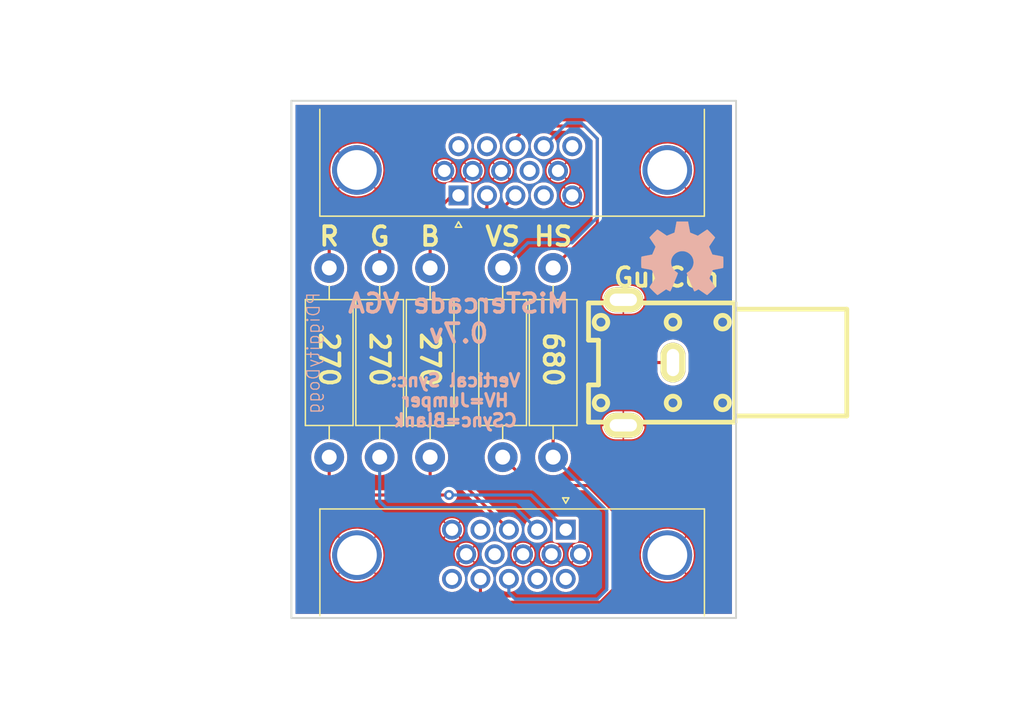
<source format=kicad_pcb>
(kicad_pcb (version 20171130) (host pcbnew "(5.1.6)-1")

  (general
    (thickness 1.6)
    (drawings 17)
    (tracks 59)
    (zones 0)
    (modules 9)
    (nets 2)
  )

  (page A4)
  (layers
    (0 Top signal)
    (31 Bottom signal)
    (32 B.Adhes user)
    (33 F.Adhes user)
    (34 B.Paste user)
    (35 F.Paste user)
    (36 B.SilkS user)
    (37 F.SilkS user)
    (38 B.Mask user)
    (39 F.Mask user)
    (40 Dwgs.User user)
    (41 Cmts.User user)
    (42 Eco1.User user)
    (43 Eco2.User user)
    (44 Edge.Cuts user)
    (45 Margin user)
    (46 B.CrtYd user)
    (47 F.CrtYd user)
    (48 B.Fab user)
    (49 F.Fab user)
  )

  (setup
    (last_trace_width 0.25)
    (trace_clearance 0.1524)
    (zone_clearance 0.254)
    (zone_45_only no)
    (trace_min 0.2)
    (via_size 0.8)
    (via_drill 0.4)
    (via_min_size 0.4)
    (via_min_drill 0.3)
    (uvia_size 0.3)
    (uvia_drill 0.1)
    (uvias_allowed no)
    (uvia_min_size 0.2)
    (uvia_min_drill 0.1)
    (edge_width 0.05)
    (segment_width 0.2)
    (pcb_text_width 0.3)
    (pcb_text_size 1.5 1.5)
    (mod_edge_width 0.12)
    (mod_text_size 1 1)
    (mod_text_width 0.15)
    (pad_size 1.99898 3.19786)
    (pad_drill 0.99568)
    (pad_to_mask_clearance 0.05)
    (aux_axis_origin 0 0)
    (visible_elements 7FFFFFFF)
    (pcbplotparams
      (layerselection 0x010fc_ffffffff)
      (usegerberextensions false)
      (usegerberattributes true)
      (usegerberadvancedattributes true)
      (creategerberjobfile true)
      (excludeedgelayer true)
      (linewidth 0.100000)
      (plotframeref false)
      (viasonmask false)
      (mode 1)
      (useauxorigin false)
      (hpglpennumber 1)
      (hpglpenspeed 20)
      (hpglpendiameter 15.000000)
      (psnegative false)
      (psa4output false)
      (plotreference true)
      (plotvalue true)
      (plotinvisibletext false)
      (padsonsilk false)
      (subtractmaskfromsilk false)
      (outputformat 1)
      (mirror false)
      (drillshape 1)
      (scaleselection 1)
      (outputdirectory ""))
  )

  (net 0 "")
  (net 1 GND)

  (net_class Default "This is the default net class."
    (clearance 0.1524)
    (trace_width 0.25)
    (via_dia 0.8)
    (via_drill 0.4)
    (uvia_dia 0.3)
    (uvia_drill 0.1)
    (add_net GND)
  )

  (module AV_Connector:rca_yellow (layer Top) (tedit 656686C5) (tstamp 6566D6B1)
    (at 161.29 98.298 90)
    (descr "RCA Audio connector, yellow, Pro Signal p/n PSG01547")
    (tags "rca, audio")
    (fp_text reference rca_yellow (at 0 15.7988 90) (layer F.SilkS) hide
      (effects (font (size 1.524 1.524) (thickness 0.3048)))
    )
    (fp_text value "" (at 0 -7.69874 90) (layer F.SilkS) hide
      (effects (font (size 1.524 1.524) (thickness 0.3048)))
    )
    (fp_line (start 4.8006 -6.79958) (end 4.8006 5.00126) (layer F.SilkS) (width 0.381))
    (fp_line (start -4.8006 4.99872) (end -4.8006 -6.80212) (layer F.SilkS) (width 0.381))
    (fp_line (start 4.8006 5.00126) (end -4.8006 5.00126) (layer F.SilkS) (width 0.381))
    (fp_line (start 1.80086 -6.79958) (end 4.8006 -6.79958) (layer F.SilkS) (width 0.381))
    (fp_line (start 1.80086 -5.99948) (end 1.80086 -6.79958) (layer F.SilkS) (width 0.381))
    (fp_line (start -1.80086 -5.99948) (end 1.80086 -5.99948) (layer F.SilkS) (width 0.381))
    (fp_line (start -1.80086 -6.79958) (end -1.80086 -5.99948) (layer F.SilkS) (width 0.381))
    (fp_line (start -4.8006 -6.79958) (end -1.80086 -6.79958) (layer F.SilkS) (width 0.381))
    (fp_line (start -5.40004 -3.0988) (end -5.40004 -4.89966) (layer F.SilkS) (width 0.381))
    (fp_line (start -4.8006 -3.0988) (end -5.40004 -3.0988) (layer F.SilkS) (width 0.381))
    (fp_line (start -5.40004 -4.89966) (end -4.8006 -4.89966) (layer F.SilkS) (width 0.381))
    (fp_line (start 5.40004 -3.0988) (end 4.8006 -3.0988) (layer F.SilkS) (width 0.381))
    (fp_line (start 5.40004 -4.89966) (end 5.40004 -3.0988) (layer F.SilkS) (width 0.381))
    (fp_line (start 4.8006 -4.89966) (end 5.40004 -4.89966) (layer F.SilkS) (width 0.381))
    (fp_line (start 4.30022 14.00048) (end 4.30022 5.00126) (layer F.SilkS) (width 0.381))
    (fp_line (start -4.30022 14.00048) (end 4.30022 14.00048) (layer F.SilkS) (width 0.381))
    (fp_line (start -4.30022 5.00126) (end -4.30022 14.00048) (layer F.SilkS) (width 0.381))
    (fp_circle (center 3.2512 0) (end 2.70002 -0.0508) (layer F.SilkS) (width 0.381))
    (fp_circle (center -3.2512 0) (end -3.79984 0) (layer F.SilkS) (width 0.381))
    (fp_circle (center -3.2512 4.0005) (end -3.79984 3.9497) (layer F.SilkS) (width 0.381))
    (fp_circle (center 3.2512 4.0005) (end 2.70002 4.04876) (layer F.SilkS) (width 0.381))
    (fp_circle (center 3.2512 -5.79882) (end 2.70002 -5.84962) (layer F.SilkS) (width 0.381))
    (fp_circle (center -3.2512 -5.79882) (end -3.79984 -5.79882) (layer F.SilkS) (width 0.381))
    (pad 2 thru_hole oval (at -5.0546 -3.99796 90) (size 1.99898 3.19786) (drill oval 0.99568 2.1971) (layers *.Cu *.Mask F.SilkS)
      (net 1 GND))
    (pad 1 thru_hole oval (at 0 0 90) (size 3.19786 1.99898) (drill oval 2.1971 0.99568) (layers *.Cu *.Mask F.SilkS))
    (pad 2 thru_hole oval (at 5.0546 -3.99796 90) (size 1.99898 3.19786) (drill oval 0.99568 2.1971) (layers *.Cu *.Mask F.SilkS)
      (net 1 GND))
    (model ${KISYS3DMOD}/walter/conn_av.3dshapes/rca_yellow.wrl
      (at (xyz 0 0 0))
      (scale (xyz 1 1 1))
      (rotate (xyz 0 0 0))
    )
  )

  (module Connector_Dsub:DSUB-15-HD_Female_Horizontal_P2.29x1.98mm_EdgePinOffset3.03mm_Housed_MountingHolesOffset4.94mm (layer Top) (tedit 655F7BB4) (tstamp 654B7260)
    (at 144.018 84.836 180)
    (descr "15-pin D-Sub connector, horizontal/angled (90 deg), THT-mount, female, pitch 2.29x1.98mm, pin-PCB-offset 3.0300000000000002mm, distance of mounting holes 25mm, distance of mounting holes to PCB edge 4.9399999999999995mm, see https://disti-assets.s3.amazonaws.com/tonar/files/datasheets/16730.pdf")
    (tags "15-pin D-Sub connector horizontal angled 90deg THT female pitch 2.29x1.98mm pin-PCB-offset 3.0300000000000002mm mounting-holes-distance 25mm mounting-hole-offset 25mm")
    (fp_text reference REF** (at -4.315 -2.61) (layer F.SilkS) hide
      (effects (font (size 1 1) (thickness 0.15)))
    )
    (fp_text value DSUB-15-HD_Female_Horizontal_P2.29x1.98mm_EdgePinOffset3.03mm_Housed_MountingHolesOffset4.94mm (at -4.315 14.89) (layer F.Fab)
      (effects (font (size 1 1) (thickness 0.15)))
    )
    (fp_line (start -19.74 -1.61) (end -19.74 6.99) (layer F.Fab) (width 0.1))
    (fp_line (start -19.74 6.99) (end 11.11 6.99) (layer F.Fab) (width 0.1))
    (fp_line (start 11.11 6.99) (end 11.11 -1.61) (layer F.Fab) (width 0.1))
    (fp_line (start 11.11 -1.61) (end -19.74 -1.61) (layer F.Fab) (width 0.1))
    (fp_line (start -19.74 6.99) (end -19.74 7.39) (layer F.Fab) (width 0.1))
    (fp_line (start -19.74 7.39) (end 11.11 7.39) (layer F.Fab) (width 0.1))
    (fp_line (start 11.11 7.39) (end 11.11 6.99) (layer F.Fab) (width 0.1))
    (fp_line (start 11.11 6.99) (end -19.74 6.99) (layer F.Fab) (width 0.1))
    (fp_line (start -12.465 7.39) (end -12.465 13.39) (layer F.Fab) (width 0.1))
    (fp_line (start -12.465 13.39) (end 3.835 13.39) (layer F.Fab) (width 0.1))
    (fp_line (start 3.835 13.39) (end 3.835 7.39) (layer F.Fab) (width 0.1))
    (fp_line (start 3.835 7.39) (end -12.465 7.39) (layer F.Fab) (width 0.1))
    (fp_line (start -19.315 7.39) (end -19.315 12.39) (layer F.Fab) (width 0.1))
    (fp_line (start -19.315 12.39) (end -14.315 12.39) (layer F.Fab) (width 0.1))
    (fp_line (start -14.315 12.39) (end -14.315 7.39) (layer F.Fab) (width 0.1))
    (fp_line (start -14.315 7.39) (end -19.315 7.39) (layer F.Fab) (width 0.1))
    (fp_line (start 5.685 7.39) (end 5.685 12.39) (layer F.Fab) (width 0.1))
    (fp_line (start 5.685 12.39) (end 10.685 12.39) (layer F.Fab) (width 0.1))
    (fp_line (start 10.685 12.39) (end 10.685 7.39) (layer F.Fab) (width 0.1))
    (fp_line (start 10.685 7.39) (end 5.685 7.39) (layer F.Fab) (width 0.1))
    (fp_line (start -18.415 6.99) (end -18.415 2.05) (layer F.Fab) (width 0.1))
    (fp_line (start -15.215 6.99) (end -15.215 2.05) (layer F.Fab) (width 0.1))
    (fp_line (start 6.585 6.99) (end 6.585 2.05) (layer F.Fab) (width 0.1))
    (fp_line (start 9.785 6.99) (end 9.785 2.05) (layer F.Fab) (width 0.1))
    (fp_line (start -19.8 6.93) (end -19.8 -1.67) (layer F.SilkS) (width 0.12))
    (fp_line (start -19.8 -1.67) (end 11.17 -1.67) (layer F.SilkS) (width 0.12))
    (fp_line (start 11.17 -1.67) (end 11.17 6.93) (layer F.SilkS) (width 0.12))
    (fp_line (start -0.25 -2.564338) (end 0.25 -2.564338) (layer F.SilkS) (width 0.12))
    (fp_line (start 0.25 -2.564338) (end 0 -2.131325) (layer F.SilkS) (width 0.12))
    (fp_line (start 0 -2.131325) (end -0.25 -2.564338) (layer F.SilkS) (width 0.12))
    (fp_line (start -20.25 -2.15) (end -20.25 13.9) (layer F.CrtYd) (width 0.05))
    (fp_line (start -20.25 13.9) (end 11.65 13.9) (layer F.CrtYd) (width 0.05))
    (fp_line (start 11.65 13.9) (end 11.65 -2.15) (layer F.CrtYd) (width 0.05))
    (fp_line (start 11.65 -2.15) (end -20.25 -2.15) (layer F.CrtYd) (width 0.05))
    (fp_arc (start -16.815 2.05) (end -18.415 2.05) (angle 180) (layer F.Fab) (width 0.1))
    (fp_arc (start 8.185 2.05) (end 6.585 2.05) (angle 180) (layer F.Fab) (width 0.1))
    (pad 1 thru_hole rect (at 0 0 180) (size 1.6 1.6) (drill 1) (layers *.Cu *.Mask))
    (pad 2 thru_hole circle (at -2.29 0 180) (size 1.6 1.6) (drill 1) (layers *.Cu *.Mask))
    (pad 3 thru_hole circle (at -4.58 0 180) (size 1.6 1.6) (drill 1) (layers *.Cu *.Mask))
    (pad 4 thru_hole circle (at -6.87 0 180) (size 1.6 1.6) (drill 1) (layers *.Cu *.Mask))
    (pad 5 thru_hole circle (at -9.16 0 180) (size 1.6 1.6) (drill 1) (layers *.Cu *.Mask)
      (net 1 GND))
    (pad 6 thru_hole circle (at 1.145 1.98 180) (size 1.6 1.6) (drill 1) (layers *.Cu *.Mask)
      (net 1 GND))
    (pad 7 thru_hole circle (at -1.145 1.98 180) (size 1.6 1.6) (drill 1) (layers *.Cu *.Mask)
      (net 1 GND))
    (pad 8 thru_hole circle (at -3.435 1.98 180) (size 1.6 1.6) (drill 1) (layers *.Cu *.Mask)
      (net 1 GND))
    (pad 9 thru_hole circle (at -5.725 1.98 180) (size 1.6 1.6) (drill 1) (layers *.Cu *.Mask))
    (pad 10 thru_hole circle (at -8.015 1.98 180) (size 1.6 1.6) (drill 1) (layers *.Cu *.Mask)
      (net 1 GND))
    (pad 11 thru_hole circle (at 0 3.96 180) (size 1.6 1.6) (drill 1) (layers *.Cu *.Mask))
    (pad 12 thru_hole circle (at -2.29 3.96 180) (size 1.6 1.6) (drill 1) (layers *.Cu *.Mask))
    (pad 13 thru_hole circle (at -4.58 3.96 180) (size 1.6 1.6) (drill 1) (layers *.Cu *.Mask))
    (pad 14 thru_hole circle (at -6.87 3.96 180) (size 1.6 1.6) (drill 1) (layers *.Cu *.Mask))
    (pad 15 thru_hole circle (at -9.16 3.96 180) (size 1.6 1.6) (drill 1) (layers *.Cu *.Mask))
    (pad 0 thru_hole circle (at -16.815 2.05 180) (size 4 4) (drill 3.2) (layers *.Cu *.Mask)
      (net 1 GND))
    (pad 0 thru_hole circle (at 8.185 2.05 180) (size 4 4) (drill 3.2) (layers *.Cu *.Mask)
      (net 1 GND))
    (model ${KISYS3DMOD}/Connector_Dsub.3dshapes/DSUB-15-HD_Female_Horizontal_P2.29x1.98mm_EdgePinOffset3.03mm_Housed_MountingHolesOffset4.94mm.wrl
      (at (xyz 0 0 0))
      (scale (xyz 1 1 1))
      (rotate (xyz 0 0 0))
    )
  )

  (module Resistor_THT:R_Axial_DIN0411_L9.9mm_D3.6mm_P15.24mm_Horizontal (layer Top) (tedit 5AE5139B) (tstamp 654BDC78)
    (at 151.638 105.918 90)
    (descr "Resistor, Axial_DIN0411 series, Axial, Horizontal, pin pitch=15.24mm, 1W, length*diameter=9.9*3.6mm^2")
    (tags "Resistor Axial_DIN0411 series Axial Horizontal pin pitch 15.24mm 1W length 9.9mm diameter 3.6mm")
    (fp_text reference REF** (at 7.62 -2.92 90) (layer F.SilkS) hide
      (effects (font (size 1 1) (thickness 0.15)))
    )
    (fp_text value R_Axial_DIN0411_L9.9mm_D3.6mm_P15.24mm_Horizontal (at 7.62 2.92 90) (layer F.Fab)
      (effects (font (size 1 1) (thickness 0.15)))
    )
    (fp_line (start 2.67 -1.8) (end 2.67 1.8) (layer F.Fab) (width 0.1))
    (fp_line (start 2.67 1.8) (end 12.57 1.8) (layer F.Fab) (width 0.1))
    (fp_line (start 12.57 1.8) (end 12.57 -1.8) (layer F.Fab) (width 0.1))
    (fp_line (start 12.57 -1.8) (end 2.67 -1.8) (layer F.Fab) (width 0.1))
    (fp_line (start 0 0) (end 2.67 0) (layer F.Fab) (width 0.1))
    (fp_line (start 15.24 0) (end 12.57 0) (layer F.Fab) (width 0.1))
    (fp_line (start 2.55 -1.92) (end 2.55 1.92) (layer F.SilkS) (width 0.12))
    (fp_line (start 2.55 1.92) (end 12.69 1.92) (layer F.SilkS) (width 0.12))
    (fp_line (start 12.69 1.92) (end 12.69 -1.92) (layer F.SilkS) (width 0.12))
    (fp_line (start 12.69 -1.92) (end 2.55 -1.92) (layer F.SilkS) (width 0.12))
    (fp_line (start 1.44 0) (end 2.55 0) (layer F.SilkS) (width 0.12))
    (fp_line (start 13.8 0) (end 12.69 0) (layer F.SilkS) (width 0.12))
    (fp_line (start -1.45 -2.05) (end -1.45 2.05) (layer F.CrtYd) (width 0.05))
    (fp_line (start -1.45 2.05) (end 16.69 2.05) (layer F.CrtYd) (width 0.05))
    (fp_line (start 16.69 2.05) (end 16.69 -2.05) (layer F.CrtYd) (width 0.05))
    (fp_line (start 16.69 -2.05) (end -1.45 -2.05) (layer F.CrtYd) (width 0.05))
    (pad 1 thru_hole circle (at 0 0 90) (size 2.4 2.4) (drill 1.2) (layers *.Cu *.Mask))
    (pad 2 thru_hole oval (at 15.24 0 90) (size 2.4 2.4) (drill 1.2) (layers *.Cu *.Mask))
    (model ${KISYS3DMOD}/Resistor_THT.3dshapes/R_Axial_DIN0411_L9.9mm_D3.6mm_P15.24mm_Horizontal.wrl
      (at (xyz 0 0 0))
      (scale (xyz 1 1 1))
      (rotate (xyz 0 0 0))
    )
  )

  (module Resistor_THT:R_Axial_DIN0411_L9.9mm_D3.6mm_P15.24mm_Horizontal (layer Top) (tedit 5AE5139B) (tstamp 654BDC78)
    (at 147.574 105.918 90)
    (descr "Resistor, Axial_DIN0411 series, Axial, Horizontal, pin pitch=15.24mm, 1W, length*diameter=9.9*3.6mm^2")
    (tags "Resistor Axial_DIN0411 series Axial Horizontal pin pitch 15.24mm 1W length 9.9mm diameter 3.6mm")
    (fp_text reference REF** (at 7.62 -2.92 90) (layer F.SilkS) hide
      (effects (font (size 1 1) (thickness 0.15)))
    )
    (fp_text value R_Axial_DIN0411_L9.9mm_D3.6mm_P15.24mm_Horizontal (at 7.62 2.92 90) (layer F.Fab)
      (effects (font (size 1 1) (thickness 0.15)))
    )
    (fp_line (start 2.67 -1.8) (end 2.67 1.8) (layer F.Fab) (width 0.1))
    (fp_line (start 2.67 1.8) (end 12.57 1.8) (layer F.Fab) (width 0.1))
    (fp_line (start 12.57 1.8) (end 12.57 -1.8) (layer F.Fab) (width 0.1))
    (fp_line (start 12.57 -1.8) (end 2.67 -1.8) (layer F.Fab) (width 0.1))
    (fp_line (start 0 0) (end 2.67 0) (layer F.Fab) (width 0.1))
    (fp_line (start 15.24 0) (end 12.57 0) (layer F.Fab) (width 0.1))
    (fp_line (start 2.55 -1.92) (end 2.55 1.92) (layer F.SilkS) (width 0.12))
    (fp_line (start 2.55 1.92) (end 12.69 1.92) (layer F.SilkS) (width 0.12))
    (fp_line (start 12.69 1.92) (end 12.69 -1.92) (layer F.SilkS) (width 0.12))
    (fp_line (start 12.69 -1.92) (end 2.55 -1.92) (layer F.SilkS) (width 0.12))
    (fp_line (start 1.44 0) (end 2.55 0) (layer F.SilkS) (width 0.12))
    (fp_line (start 13.8 0) (end 12.69 0) (layer F.SilkS) (width 0.12))
    (fp_line (start -1.45 -2.05) (end -1.45 2.05) (layer F.CrtYd) (width 0.05))
    (fp_line (start -1.45 2.05) (end 16.69 2.05) (layer F.CrtYd) (width 0.05))
    (fp_line (start 16.69 2.05) (end 16.69 -2.05) (layer F.CrtYd) (width 0.05))
    (fp_line (start 16.69 -2.05) (end -1.45 -2.05) (layer F.CrtYd) (width 0.05))
    (pad 1 thru_hole circle (at 0 0 90) (size 2.4 2.4) (drill 1.2) (layers *.Cu *.Mask))
    (pad 2 thru_hole oval (at 15.24 0 90) (size 2.4 2.4) (drill 1.2) (layers *.Cu *.Mask))
    (model ${KISYS3DMOD}/Resistor_THT.3dshapes/R_Axial_DIN0411_L9.9mm_D3.6mm_P15.24mm_Horizontal.wrl
      (at (xyz 0 0 0))
      (scale (xyz 1 1 1))
      (rotate (xyz 0 0 0))
    )
  )

  (module Resistor_THT:R_Axial_DIN0411_L9.9mm_D3.6mm_P15.24mm_Horizontal (layer Top) (tedit 5AE5139B) (tstamp 654BDC78)
    (at 141.732 105.918 90)
    (descr "Resistor, Axial_DIN0411 series, Axial, Horizontal, pin pitch=15.24mm, 1W, length*diameter=9.9*3.6mm^2")
    (tags "Resistor Axial_DIN0411 series Axial Horizontal pin pitch 15.24mm 1W length 9.9mm diameter 3.6mm")
    (fp_text reference REF** (at 7.62 -2.92 90) (layer F.SilkS) hide
      (effects (font (size 1 1) (thickness 0.15)))
    )
    (fp_text value R_Axial_DIN0411_L9.9mm_D3.6mm_P15.24mm_Horizontal (at 7.62 2.92 90) (layer F.Fab)
      (effects (font (size 1 1) (thickness 0.15)))
    )
    (fp_line (start 2.67 -1.8) (end 2.67 1.8) (layer F.Fab) (width 0.1))
    (fp_line (start 2.67 1.8) (end 12.57 1.8) (layer F.Fab) (width 0.1))
    (fp_line (start 12.57 1.8) (end 12.57 -1.8) (layer F.Fab) (width 0.1))
    (fp_line (start 12.57 -1.8) (end 2.67 -1.8) (layer F.Fab) (width 0.1))
    (fp_line (start 0 0) (end 2.67 0) (layer F.Fab) (width 0.1))
    (fp_line (start 15.24 0) (end 12.57 0) (layer F.Fab) (width 0.1))
    (fp_line (start 2.55 -1.92) (end 2.55 1.92) (layer F.SilkS) (width 0.12))
    (fp_line (start 2.55 1.92) (end 12.69 1.92) (layer F.SilkS) (width 0.12))
    (fp_line (start 12.69 1.92) (end 12.69 -1.92) (layer F.SilkS) (width 0.12))
    (fp_line (start 12.69 -1.92) (end 2.55 -1.92) (layer F.SilkS) (width 0.12))
    (fp_line (start 1.44 0) (end 2.55 0) (layer F.SilkS) (width 0.12))
    (fp_line (start 13.8 0) (end 12.69 0) (layer F.SilkS) (width 0.12))
    (fp_line (start -1.45 -2.05) (end -1.45 2.05) (layer F.CrtYd) (width 0.05))
    (fp_line (start -1.45 2.05) (end 16.69 2.05) (layer F.CrtYd) (width 0.05))
    (fp_line (start 16.69 2.05) (end 16.69 -2.05) (layer F.CrtYd) (width 0.05))
    (fp_line (start 16.69 -2.05) (end -1.45 -2.05) (layer F.CrtYd) (width 0.05))
    (pad 1 thru_hole circle (at 0 0 90) (size 2.4 2.4) (drill 1.2) (layers *.Cu *.Mask))
    (pad 2 thru_hole oval (at 15.24 0 90) (size 2.4 2.4) (drill 1.2) (layers *.Cu *.Mask))
    (model ${KISYS3DMOD}/Resistor_THT.3dshapes/R_Axial_DIN0411_L9.9mm_D3.6mm_P15.24mm_Horizontal.wrl
      (at (xyz 0 0 0))
      (scale (xyz 1 1 1))
      (rotate (xyz 0 0 0))
    )
  )

  (module Resistor_THT:R_Axial_DIN0411_L9.9mm_D3.6mm_P15.24mm_Horizontal (layer Top) (tedit 5AE5139B) (tstamp 654BDC78)
    (at 137.668 105.918 90)
    (descr "Resistor, Axial_DIN0411 series, Axial, Horizontal, pin pitch=15.24mm, 1W, length*diameter=9.9*3.6mm^2")
    (tags "Resistor Axial_DIN0411 series Axial Horizontal pin pitch 15.24mm 1W length 9.9mm diameter 3.6mm")
    (fp_text reference REF** (at 7.62 -2.92 90) (layer F.SilkS) hide
      (effects (font (size 1 1) (thickness 0.15)))
    )
    (fp_text value R_Axial_DIN0411_L9.9mm_D3.6mm_P15.24mm_Horizontal (at 7.62 2.92 90) (layer F.Fab)
      (effects (font (size 1 1) (thickness 0.15)))
    )
    (fp_line (start 2.67 -1.8) (end 2.67 1.8) (layer F.Fab) (width 0.1))
    (fp_line (start 2.67 1.8) (end 12.57 1.8) (layer F.Fab) (width 0.1))
    (fp_line (start 12.57 1.8) (end 12.57 -1.8) (layer F.Fab) (width 0.1))
    (fp_line (start 12.57 -1.8) (end 2.67 -1.8) (layer F.Fab) (width 0.1))
    (fp_line (start 0 0) (end 2.67 0) (layer F.Fab) (width 0.1))
    (fp_line (start 15.24 0) (end 12.57 0) (layer F.Fab) (width 0.1))
    (fp_line (start 2.55 -1.92) (end 2.55 1.92) (layer F.SilkS) (width 0.12))
    (fp_line (start 2.55 1.92) (end 12.69 1.92) (layer F.SilkS) (width 0.12))
    (fp_line (start 12.69 1.92) (end 12.69 -1.92) (layer F.SilkS) (width 0.12))
    (fp_line (start 12.69 -1.92) (end 2.55 -1.92) (layer F.SilkS) (width 0.12))
    (fp_line (start 1.44 0) (end 2.55 0) (layer F.SilkS) (width 0.12))
    (fp_line (start 13.8 0) (end 12.69 0) (layer F.SilkS) (width 0.12))
    (fp_line (start -1.45 -2.05) (end -1.45 2.05) (layer F.CrtYd) (width 0.05))
    (fp_line (start -1.45 2.05) (end 16.69 2.05) (layer F.CrtYd) (width 0.05))
    (fp_line (start 16.69 2.05) (end 16.69 -2.05) (layer F.CrtYd) (width 0.05))
    (fp_line (start 16.69 -2.05) (end -1.45 -2.05) (layer F.CrtYd) (width 0.05))
    (pad 1 thru_hole circle (at 0 0 90) (size 2.4 2.4) (drill 1.2) (layers *.Cu *.Mask))
    (pad 2 thru_hole oval (at 15.24 0 90) (size 2.4 2.4) (drill 1.2) (layers *.Cu *.Mask))
    (model ${KISYS3DMOD}/Resistor_THT.3dshapes/R_Axial_DIN0411_L9.9mm_D3.6mm_P15.24mm_Horizontal.wrl
      (at (xyz 0 0 0))
      (scale (xyz 1 1 1))
      (rotate (xyz 0 0 0))
    )
  )

  (module Resistor_THT:R_Axial_DIN0411_L9.9mm_D3.6mm_P15.24mm_Horizontal (layer Top) (tedit 5AE5139B) (tstamp 654BDC47)
    (at 133.604 105.918 90)
    (descr "Resistor, Axial_DIN0411 series, Axial, Horizontal, pin pitch=15.24mm, 1W, length*diameter=9.9*3.6mm^2")
    (tags "Resistor Axial_DIN0411 series Axial Horizontal pin pitch 15.24mm 1W length 9.9mm diameter 3.6mm")
    (fp_text reference REF** (at 7.62 -2.92 90) (layer F.SilkS) hide
      (effects (font (size 1 1) (thickness 0.15)))
    )
    (fp_text value R_Axial_DIN0411_L9.9mm_D3.6mm_P15.24mm_Horizontal (at 7.62 2.92 90) (layer F.Fab)
      (effects (font (size 1 1) (thickness 0.15)))
    )
    (fp_line (start 2.67 -1.8) (end 2.67 1.8) (layer F.Fab) (width 0.1))
    (fp_line (start 2.67 1.8) (end 12.57 1.8) (layer F.Fab) (width 0.1))
    (fp_line (start 12.57 1.8) (end 12.57 -1.8) (layer F.Fab) (width 0.1))
    (fp_line (start 12.57 -1.8) (end 2.67 -1.8) (layer F.Fab) (width 0.1))
    (fp_line (start 0 0) (end 2.67 0) (layer F.Fab) (width 0.1))
    (fp_line (start 15.24 0) (end 12.57 0) (layer F.Fab) (width 0.1))
    (fp_line (start 2.55 -1.92) (end 2.55 1.92) (layer F.SilkS) (width 0.12))
    (fp_line (start 2.55 1.92) (end 12.69 1.92) (layer F.SilkS) (width 0.12))
    (fp_line (start 12.69 1.92) (end 12.69 -1.92) (layer F.SilkS) (width 0.12))
    (fp_line (start 12.69 -1.92) (end 2.55 -1.92) (layer F.SilkS) (width 0.12))
    (fp_line (start 1.44 0) (end 2.55 0) (layer F.SilkS) (width 0.12))
    (fp_line (start 13.8 0) (end 12.69 0) (layer F.SilkS) (width 0.12))
    (fp_line (start -1.45 -2.05) (end -1.45 2.05) (layer F.CrtYd) (width 0.05))
    (fp_line (start -1.45 2.05) (end 16.69 2.05) (layer F.CrtYd) (width 0.05))
    (fp_line (start 16.69 2.05) (end 16.69 -2.05) (layer F.CrtYd) (width 0.05))
    (fp_line (start 16.69 -2.05) (end -1.45 -2.05) (layer F.CrtYd) (width 0.05))
    (pad 2 thru_hole oval (at 15.24 0 90) (size 2.4 2.4) (drill 1.2) (layers *.Cu *.Mask))
    (pad 1 thru_hole circle (at 0 0 90) (size 2.4 2.4) (drill 1.2) (layers *.Cu *.Mask))
    (model ${KISYS3DMOD}/Resistor_THT.3dshapes/R_Axial_DIN0411_L9.9mm_D3.6mm_P15.24mm_Horizontal.wrl
      (at (xyz 0 0 0))
      (scale (xyz 1 1 1))
      (rotate (xyz 0 0 0))
    )
  )

  (module Connector_Dsub:DSUB-15-HD_Female_Horizontal_P2.29x1.98mm_EdgePinOffset3.03mm_Housed_MountingHolesOffset4.94mm (layer Top) (tedit 655F7B9F) (tstamp 654B7225)
    (at 152.654 111.76)
    (descr "15-pin D-Sub connector, horizontal/angled (90 deg), THT-mount, female, pitch 2.29x1.98mm, pin-PCB-offset 3.0300000000000002mm, distance of mounting holes 25mm, distance of mounting holes to PCB edge 4.9399999999999995mm, see https://disti-assets.s3.amazonaws.com/tonar/files/datasheets/16730.pdf")
    (tags "15-pin D-Sub connector horizontal angled 90deg THT female pitch 2.29x1.98mm pin-PCB-offset 3.0300000000000002mm mounting-holes-distance 25mm mounting-hole-offset 25mm")
    (fp_text reference REF** (at -4.315 -2.61) (layer F.SilkS) hide
      (effects (font (size 1 1) (thickness 0.15)))
    )
    (fp_text value DSUB-15-HD_Female_Horizontal_P2.29x1.98mm_EdgePinOffset3.03mm_Housed_MountingHolesOffset4.94mm (at -4.315 14.89) (layer F.Fab)
      (effects (font (size 1 1) (thickness 0.15)))
    )
    (fp_line (start -19.74 -1.61) (end -19.74 6.99) (layer F.Fab) (width 0.1))
    (fp_line (start -19.74 6.99) (end 11.11 6.99) (layer F.Fab) (width 0.1))
    (fp_line (start 11.11 6.99) (end 11.11 -1.61) (layer F.Fab) (width 0.1))
    (fp_line (start 11.11 -1.61) (end -19.74 -1.61) (layer F.Fab) (width 0.1))
    (fp_line (start -19.74 6.99) (end -19.74 7.39) (layer F.Fab) (width 0.1))
    (fp_line (start -19.74 7.39) (end 11.11 7.39) (layer F.Fab) (width 0.1))
    (fp_line (start 11.11 7.39) (end 11.11 6.99) (layer F.Fab) (width 0.1))
    (fp_line (start 11.11 6.99) (end -19.74 6.99) (layer F.Fab) (width 0.1))
    (fp_line (start -12.465 7.39) (end -12.465 13.39) (layer F.Fab) (width 0.1))
    (fp_line (start -12.465 13.39) (end 3.835 13.39) (layer F.Fab) (width 0.1))
    (fp_line (start 3.835 13.39) (end 3.835 7.39) (layer F.Fab) (width 0.1))
    (fp_line (start 3.835 7.39) (end -12.465 7.39) (layer F.Fab) (width 0.1))
    (fp_line (start -19.315 7.39) (end -19.315 12.39) (layer F.Fab) (width 0.1))
    (fp_line (start -19.315 12.39) (end -14.315 12.39) (layer F.Fab) (width 0.1))
    (fp_line (start -14.315 12.39) (end -14.315 7.39) (layer F.Fab) (width 0.1))
    (fp_line (start -14.315 7.39) (end -19.315 7.39) (layer F.Fab) (width 0.1))
    (fp_line (start 5.685 7.39) (end 5.685 12.39) (layer F.Fab) (width 0.1))
    (fp_line (start 5.685 12.39) (end 10.685 12.39) (layer F.Fab) (width 0.1))
    (fp_line (start 10.685 12.39) (end 10.685 7.39) (layer F.Fab) (width 0.1))
    (fp_line (start 10.685 7.39) (end 5.685 7.39) (layer F.Fab) (width 0.1))
    (fp_line (start -18.415 6.99) (end -18.415 2.05) (layer F.Fab) (width 0.1))
    (fp_line (start -15.215 6.99) (end -15.215 2.05) (layer F.Fab) (width 0.1))
    (fp_line (start 6.585 6.99) (end 6.585 2.05) (layer F.Fab) (width 0.1))
    (fp_line (start 9.785 6.99) (end 9.785 2.05) (layer F.Fab) (width 0.1))
    (fp_line (start -19.8 6.93) (end -19.8 -1.67) (layer F.SilkS) (width 0.12))
    (fp_line (start -19.8 -1.67) (end 11.17 -1.67) (layer F.SilkS) (width 0.12))
    (fp_line (start 11.17 -1.67) (end 11.17 6.93) (layer F.SilkS) (width 0.12))
    (fp_line (start -0.25 -2.564338) (end 0.25 -2.564338) (layer F.SilkS) (width 0.12))
    (fp_line (start 0.25 -2.564338) (end 0 -2.131325) (layer F.SilkS) (width 0.12))
    (fp_line (start 0 -2.131325) (end -0.25 -2.564338) (layer F.SilkS) (width 0.12))
    (fp_line (start -20.25 -2.15) (end -20.25 13.9) (layer F.CrtYd) (width 0.05))
    (fp_line (start -20.25 13.9) (end 11.65 13.9) (layer F.CrtYd) (width 0.05))
    (fp_line (start 11.65 13.9) (end 11.65 -2.15) (layer F.CrtYd) (width 0.05))
    (fp_line (start 11.65 -2.15) (end -20.25 -2.15) (layer F.CrtYd) (width 0.05))
    (fp_arc (start 8.185 2.05) (end 6.585 2.05) (angle 180) (layer F.Fab) (width 0.1))
    (fp_arc (start -16.815 2.05) (end -18.415 2.05) (angle 180) (layer F.Fab) (width 0.1))
    (pad 0 thru_hole circle (at 8.185 2.05) (size 4 4) (drill 3.2) (layers *.Cu *.Mask)
      (net 1 GND))
    (pad 0 thru_hole circle (at -16.815 2.05) (size 4 4) (drill 3.2) (layers *.Cu *.Mask)
      (net 1 GND))
    (pad 15 thru_hole circle (at -9.16 3.96) (size 1.6 1.6) (drill 1) (layers *.Cu *.Mask))
    (pad 14 thru_hole circle (at -6.87 3.96) (size 1.6 1.6) (drill 1) (layers *.Cu *.Mask))
    (pad 13 thru_hole circle (at -4.58 3.96) (size 1.6 1.6) (drill 1) (layers *.Cu *.Mask))
    (pad 12 thru_hole circle (at -2.29 3.96) (size 1.6 1.6) (drill 1) (layers *.Cu *.Mask))
    (pad 11 thru_hole circle (at 0 3.96) (size 1.6 1.6) (drill 1) (layers *.Cu *.Mask))
    (pad 10 thru_hole circle (at -8.015 1.98) (size 1.6 1.6) (drill 1) (layers *.Cu *.Mask)
      (net 1 GND))
    (pad 9 thru_hole circle (at -5.725 1.98) (size 1.6 1.6) (drill 1) (layers *.Cu *.Mask))
    (pad 8 thru_hole circle (at -3.435 1.98) (size 1.6 1.6) (drill 1) (layers *.Cu *.Mask)
      (net 1 GND))
    (pad 7 thru_hole circle (at -1.145 1.98) (size 1.6 1.6) (drill 1) (layers *.Cu *.Mask)
      (net 1 GND))
    (pad 6 thru_hole circle (at 1.145 1.98) (size 1.6 1.6) (drill 1) (layers *.Cu *.Mask)
      (net 1 GND))
    (pad 5 thru_hole circle (at -9.16 0) (size 1.6 1.6) (drill 1) (layers *.Cu *.Mask)
      (net 1 GND))
    (pad 4 thru_hole circle (at -6.87 0) (size 1.6 1.6) (drill 1) (layers *.Cu *.Mask))
    (pad 3 thru_hole circle (at -4.58 0) (size 1.6 1.6) (drill 1) (layers *.Cu *.Mask))
    (pad 2 thru_hole circle (at -2.29 0) (size 1.6 1.6) (drill 1) (layers *.Cu *.Mask))
    (pad 1 thru_hole rect (at 0 0) (size 1.6 1.6) (drill 1) (layers *.Cu *.Mask))
    (model ${KISYS3DMOD}/Connector_Dsub.3dshapes/DSUB-15-HD_Female_Horizontal_P2.29x1.98mm_EdgePinOffset3.03mm_Housed_MountingHolesOffset4.94mm.wrl
      (at (xyz 0 0 0))
      (scale (xyz 1 1 1))
      (rotate (xyz 0 0 0))
    )
  )

  (module Symbol:OSHW-Symbol_6.7x6mm_SilkScreen (layer Bottom) (tedit 0) (tstamp 61965C19)
    (at 162.052 89.916 180)
    (descr "Open Source Hardware Symbol")
    (tags "Logo Symbol OSHW")
    (attr virtual)
    (fp_text reference REF** (at 0 0) (layer B.SilkS) hide
      (effects (font (size 1 1) (thickness 0.15)) (justify mirror))
    )
    (fp_text value OSHW-Symbol_6.7x6mm_SilkScreen (at 0.75 0) (layer B.Fab) hide
      (effects (font (size 1 1) (thickness 0.15)) (justify mirror))
    )
    (fp_poly (pts (xy 0.555814 2.531069) (xy 0.639635 2.086445) (xy 0.94892 1.958947) (xy 1.258206 1.831449)
      (xy 1.629246 2.083754) (xy 1.733157 2.154004) (xy 1.827087 2.216728) (xy 1.906652 2.269062)
      (xy 1.96747 2.308143) (xy 2.005157 2.331107) (xy 2.015421 2.336058) (xy 2.03391 2.323324)
      (xy 2.07342 2.288118) (xy 2.129522 2.234938) (xy 2.197787 2.168282) (xy 2.273786 2.092646)
      (xy 2.353092 2.012528) (xy 2.431275 1.932426) (xy 2.503907 1.856836) (xy 2.566559 1.790255)
      (xy 2.614803 1.737182) (xy 2.64421 1.702113) (xy 2.651241 1.690377) (xy 2.641123 1.66874)
      (xy 2.612759 1.621338) (xy 2.569129 1.552807) (xy 2.513218 1.467785) (xy 2.448006 1.370907)
      (xy 2.410219 1.31565) (xy 2.341343 1.214752) (xy 2.28014 1.123701) (xy 2.229578 1.04703)
      (xy 2.192628 0.989272) (xy 2.172258 0.954957) (xy 2.169197 0.947746) (xy 2.176136 0.927252)
      (xy 2.195051 0.879487) (xy 2.223087 0.811168) (xy 2.257391 0.729011) (xy 2.295109 0.63973)
      (xy 2.333387 0.550042) (xy 2.36937 0.466662) (xy 2.400206 0.396306) (xy 2.423039 0.34569)
      (xy 2.435017 0.321529) (xy 2.435724 0.320578) (xy 2.454531 0.315964) (xy 2.504618 0.305672)
      (xy 2.580793 0.290713) (xy 2.677865 0.272099) (xy 2.790643 0.250841) (xy 2.856442 0.238582)
      (xy 2.97695 0.215638) (xy 3.085797 0.193805) (xy 3.177476 0.174278) (xy 3.246481 0.158252)
      (xy 3.287304 0.146921) (xy 3.295511 0.143326) (xy 3.303548 0.118994) (xy 3.310033 0.064041)
      (xy 3.31497 -0.015108) (xy 3.318364 -0.112026) (xy 3.320218 -0.220287) (xy 3.320538 -0.333465)
      (xy 3.319327 -0.445135) (xy 3.31659 -0.548868) (xy 3.312331 -0.638241) (xy 3.306555 -0.706826)
      (xy 3.299267 -0.748197) (xy 3.294895 -0.75681) (xy 3.268764 -0.767133) (xy 3.213393 -0.781892)
      (xy 3.136107 -0.799352) (xy 3.04423 -0.81778) (xy 3.012158 -0.823741) (xy 2.857524 -0.852066)
      (xy 2.735375 -0.874876) (xy 2.641673 -0.89308) (xy 2.572384 -0.907583) (xy 2.523471 -0.919292)
      (xy 2.490897 -0.929115) (xy 2.470628 -0.937956) (xy 2.458626 -0.946724) (xy 2.456947 -0.948457)
      (xy 2.440184 -0.976371) (xy 2.414614 -1.030695) (xy 2.382788 -1.104777) (xy 2.34726 -1.191965)
      (xy 2.310583 -1.285608) (xy 2.275311 -1.379052) (xy 2.243996 -1.465647) (xy 2.219193 -1.53874)
      (xy 2.203454 -1.591678) (xy 2.199332 -1.617811) (xy 2.199676 -1.618726) (xy 2.213641 -1.640086)
      (xy 2.245322 -1.687084) (xy 2.291391 -1.754827) (xy 2.348518 -1.838423) (xy 2.413373 -1.932982)
      (xy 2.431843 -1.959854) (xy 2.497699 -2.057275) (xy 2.55565 -2.146163) (xy 2.602538 -2.221412)
      (xy 2.635207 -2.27792) (xy 2.6505 -2.310581) (xy 2.651241 -2.314593) (xy 2.638392 -2.335684)
      (xy 2.602888 -2.377464) (xy 2.549293 -2.435445) (xy 2.482171 -2.505135) (xy 2.406087 -2.582045)
      (xy 2.325604 -2.661683) (xy 2.245287 -2.739561) (xy 2.169699 -2.811186) (xy 2.103405 -2.87207)
      (xy 2.050969 -2.917721) (xy 2.016955 -2.94365) (xy 2.007545 -2.947883) (xy 1.985643 -2.937912)
      (xy 1.9408 -2.91102) (xy 1.880321 -2.871736) (xy 1.833789 -2.840117) (xy 1.749475 -2.782098)
      (xy 1.649626 -2.713784) (xy 1.549473 -2.645579) (xy 1.495627 -2.609075) (xy 1.313371 -2.4858)
      (xy 1.160381 -2.56852) (xy 1.090682 -2.604759) (xy 1.031414 -2.632926) (xy 0.991311 -2.648991)
      (xy 0.981103 -2.651226) (xy 0.968829 -2.634722) (xy 0.944613 -2.588082) (xy 0.910263 -2.515609)
      (xy 0.867588 -2.421606) (xy 0.818394 -2.310374) (xy 0.76449 -2.186215) (xy 0.707684 -2.053432)
      (xy 0.649782 -1.916327) (xy 0.592593 -1.779202) (xy 0.537924 -1.646358) (xy 0.487584 -1.522098)
      (xy 0.44338 -1.410725) (xy 0.407119 -1.316539) (xy 0.380609 -1.243844) (xy 0.365658 -1.196941)
      (xy 0.363254 -1.180833) (xy 0.382311 -1.160286) (xy 0.424036 -1.126933) (xy 0.479706 -1.087702)
      (xy 0.484378 -1.084599) (xy 0.628264 -0.969423) (xy 0.744283 -0.835053) (xy 0.83143 -0.685784)
      (xy 0.888699 -0.525913) (xy 0.915086 -0.359737) (xy 0.909585 -0.191552) (xy 0.87119 -0.025655)
      (xy 0.798895 0.133658) (xy 0.777626 0.168513) (xy 0.666996 0.309263) (xy 0.536302 0.422286)
      (xy 0.390064 0.506997) (xy 0.232808 0.562806) (xy 0.069057 0.589126) (xy -0.096667 0.58537)
      (xy -0.259838 0.55095) (xy -0.415935 0.485277) (xy -0.560433 0.387765) (xy -0.605131 0.348187)
      (xy -0.718888 0.224297) (xy -0.801782 0.093876) (xy -0.858644 -0.052315) (xy -0.890313 -0.197088)
      (xy -0.898131 -0.35986) (xy -0.872062 -0.52344) (xy -0.814755 -0.682298) (xy -0.728856 -0.830906)
      (xy -0.617014 -0.963735) (xy -0.481877 -1.075256) (xy -0.464117 -1.087011) (xy -0.40785 -1.125508)
      (xy -0.365077 -1.158863) (xy -0.344628 -1.18016) (xy -0.344331 -1.180833) (xy -0.348721 -1.203871)
      (xy -0.366124 -1.256157) (xy -0.394732 -1.33339) (xy -0.432735 -1.431268) (xy -0.478326 -1.545491)
      (xy -0.529697 -1.671758) (xy -0.585038 -1.805767) (xy -0.642542 -1.943218) (xy -0.700399 -2.079808)
      (xy -0.756802 -2.211237) (xy -0.809942 -2.333205) (xy -0.85801 -2.441409) (xy -0.899199 -2.531549)
      (xy -0.931699 -2.599323) (xy -0.953703 -2.64043) (xy -0.962564 -2.651226) (xy -0.98964 -2.642819)
      (xy -1.040303 -2.620272) (xy -1.105817 -2.587613) (xy -1.141841 -2.56852) (xy -1.294832 -2.4858)
      (xy -1.477088 -2.609075) (xy -1.570125 -2.672228) (xy -1.671985 -2.741727) (xy -1.767438 -2.807165)
      (xy -1.81525 -2.840117) (xy -1.882495 -2.885273) (xy -1.939436 -2.921057) (xy -1.978646 -2.942938)
      (xy -1.991381 -2.947563) (xy -2.009917 -2.935085) (xy -2.050941 -2.900252) (xy -2.110475 -2.846678)
      (xy -2.184542 -2.777983) (xy -2.269165 -2.697781) (xy -2.322685 -2.646286) (xy -2.416319 -2.554286)
      (xy -2.497241 -2.471999) (xy -2.562177 -2.402945) (xy -2.607858 -2.350644) (xy -2.631011 -2.318616)
      (xy -2.633232 -2.312116) (xy -2.622924 -2.287394) (xy -2.594439 -2.237405) (xy -2.550937 -2.167212)
      (xy -2.495577 -2.081875) (xy -2.43152 -1.986456) (xy -2.413303 -1.959854) (xy -2.346927 -1.863167)
      (xy -2.287378 -1.776117) (xy -2.237984 -1.703595) (xy -2.202075 -1.650493) (xy -2.182981 -1.621703)
      (xy -2.181136 -1.618726) (xy -2.183895 -1.595782) (xy -2.198538 -1.545336) (xy -2.222513 -1.474041)
      (xy -2.253266 -1.388547) (xy -2.288244 -1.295507) (xy -2.324893 -1.201574) (xy -2.360661 -1.113399)
      (xy -2.392994 -1.037634) (xy -2.419338 -0.980931) (xy -2.437142 -0.949943) (xy -2.438407 -0.948457)
      (xy -2.449294 -0.939601) (xy -2.467682 -0.930843) (xy -2.497606 -0.921277) (xy -2.543103 -0.909996)
      (xy -2.608209 -0.896093) (xy -2.696961 -0.878663) (xy -2.813393 -0.856798) (xy -2.961542 -0.829591)
      (xy -2.993618 -0.823741) (xy -3.088686 -0.805374) (xy -3.171565 -0.787405) (xy -3.23493 -0.771569)
      (xy -3.271458 -0.7596) (xy -3.276356 -0.75681) (xy -3.284427 -0.732072) (xy -3.290987 -0.67679)
      (xy -3.296033 -0.597389) (xy -3.299559 -0.500296) (xy -3.301561 -0.391938) (xy -3.302036 -0.27874)
      (xy -3.300977 -0.167128) (xy -3.298382 -0.063529) (xy -3.294246 0.025632) (xy -3.288563 0.093928)
      (xy -3.281331 0.134934) (xy -3.276971 0.143326) (xy -3.252698 0.151792) (xy -3.197426 0.165565)
      (xy -3.116662 0.18345) (xy -3.015912 0.204252) (xy -2.900683 0.226777) (xy -2.837902 0.238582)
      (xy -2.718787 0.260849) (xy -2.612565 0.281021) (xy -2.524427 0.298085) (xy -2.459566 0.311031)
      (xy -2.423174 0.318845) (xy -2.417184 0.320578) (xy -2.407061 0.34011) (xy -2.385662 0.387157)
      (xy -2.355839 0.454997) (xy -2.320445 0.536909) (xy -2.282332 0.626172) (xy -2.244353 0.716065)
      (xy -2.20936 0.799865) (xy -2.180206 0.870853) (xy -2.159743 0.922306) (xy -2.150823 0.947503)
      (xy -2.150657 0.948604) (xy -2.160769 0.968481) (xy -2.189117 1.014223) (xy -2.232723 1.081283)
      (xy -2.288606 1.165116) (xy -2.353787 1.261174) (xy -2.391679 1.31635) (xy -2.460725 1.417519)
      (xy -2.52205 1.50937) (xy -2.572663 1.587256) (xy -2.609571 1.646531) (xy -2.629782 1.682549)
      (xy -2.632701 1.690623) (xy -2.620153 1.709416) (xy -2.585463 1.749543) (xy -2.533063 1.806507)
      (xy -2.467384 1.875815) (xy -2.392856 1.952969) (xy -2.313913 2.033475) (xy -2.234983 2.112837)
      (xy -2.1605 2.18656) (xy -2.094894 2.250148) (xy -2.042596 2.299106) (xy -2.008039 2.328939)
      (xy -1.996478 2.336058) (xy -1.977654 2.326047) (xy -1.932631 2.297922) (xy -1.865787 2.254546)
      (xy -1.781499 2.198782) (xy -1.684144 2.133494) (xy -1.610707 2.083754) (xy -1.239667 1.831449)
      (xy -0.621095 2.086445) (xy -0.537275 2.531069) (xy -0.453454 2.975693) (xy 0.471994 2.975693)
      (xy 0.555814 2.531069)) (layer B.SilkS) (width 0.01))
  )

  (gr_text GunCon (at 160.782 91.44) (layer F.SilkS)
    (effects (font (size 1.5 1.5) (thickness 0.3)))
  )
  (gr_text "Vertical Sync:\nHV=Jumper\nCSync=Blank" (at 143.764 101.346) (layer B.SilkS)
    (effects (font (size 1 1) (thickness 0.25)) (justify mirror))
  )
  (gr_text "MiSTercade VGA\n0.7v" (at 144.018 94.742) (layer B.SilkS)
    (effects (font (size 1.5 1.5) (thickness 0.3)) (justify mirror))
  )
  (gr_text VS (at 147.574 88.138) (layer F.SilkS)
    (effects (font (size 1.5 1.5) (thickness 0.3)))
  )
  (gr_text HS (at 151.638 88.138) (layer F.SilkS)
    (effects (font (size 1.5 1.5) (thickness 0.3)))
  )
  (gr_text B (at 141.732 88.138) (layer F.SilkS)
    (effects (font (size 1.5 1.5) (thickness 0.3)))
  )
  (gr_text G (at 137.668 88.138) (layer F.SilkS)
    (effects (font (size 1.5 1.5) (thickness 0.3)))
  )
  (gr_text R (at 133.604 88.138) (layer F.SilkS)
    (effects (font (size 1.5 1.5) (thickness 0.3)))
  )
  (gr_text 270 (at 137.668 98.044 270) (layer F.SilkS) (tstamp 654BD6E8)
    (effects (font (size 1.5 1.5) (thickness 0.3)))
  )
  (gr_text 270 (at 141.732 98.044 270) (layer F.SilkS) (tstamp 654BD6E8)
    (effects (font (size 1.5 1.5) (thickness 0.3)))
  )
  (gr_text 270 (at 133.604 98.044 270) (layer F.SilkS)
    (effects (font (size 1.5 1.5) (thickness 0.3)))
  )
  (gr_text 680 (at 151.638 98.044 270) (layer F.SilkS)
    (effects (font (size 1.5 1.5) (thickness 0.3)))
  )
  (gr_text PDiggityDogg (at 132.334 97.536 90) (layer B.SilkS)
    (effects (font (size 1 1) (thickness 0.1)) (justify mirror))
  )
  (gr_line (start 166.37 77.216) (end 130.556 77.216) (layer Edge.Cuts) (width 0.1524) (tstamp 619581AC))
  (gr_line (start 130.556 77.216) (end 130.556 118.872) (layer Edge.Cuts) (width 0.1524) (tstamp 619581A4))
  (gr_line (start 166.37 77.216) (end 166.37 118.872) (layer Edge.Cuts) (width 0.1524) (tstamp E7CC660))
  (gr_line (start 166.37 118.872) (end 130.556 118.872) (layer Edge.Cuts) (width 0.1524) (tstamp E7CC7A0))

  (segment (start 152.654 111.76) (end 149.86 108.966) (width 0.25) (layer Bottom) (net 0))
  (segment (start 149.86 108.966) (end 143.256 108.966) (width 0.25) (layer Bottom) (net 0))
  (segment (start 143.256 108.966) (end 143.256 108.966) (width 0.25) (layer Bottom) (net 0) (tstamp 654BECB5))
  (via (at 143.256 108.966) (size 0.8) (drill 0.4) (layers Top Bottom) (net 0))
  (segment (start 143.256 108.966) (end 134.112 108.966) (width 0.25) (layer Top) (net 0))
  (segment (start 133.604 108.458) (end 133.604 105.918) (width 0.25) (layer Top) (net 0))
  (segment (start 134.112 108.966) (end 133.604 108.458) (width 0.25) (layer Top) (net 0))
  (segment (start 137.668 109.474) (end 137.668 105.918) (width 0.25) (layer Bottom) (net 0))
  (segment (start 138.176 109.982) (end 137.668 109.474) (width 0.25) (layer Bottom) (net 0))
  (segment (start 150.364 111.76) (end 148.586 109.982) (width 0.25) (layer Bottom) (net 0))
  (segment (start 148.586 109.982) (end 138.176 109.982) (width 0.25) (layer Bottom) (net 0))
  (segment (start 148.074 111.76) (end 144.264 107.95) (width 0.25) (layer Top) (net 0))
  (segment (start 144.264 107.95) (end 141.986 107.95) (width 0.25) (layer Top) (net 0))
  (segment (start 141.732 107.696) (end 141.732 105.918) (width 0.25) (layer Top) (net 0))
  (segment (start 141.986 107.95) (end 141.732 107.696) (width 0.25) (layer Top) (net 0))
  (segment (start 133.604 90.678) (end 133.604 88.392) (width 0.25) (layer Top) (net 0))
  (segment (start 133.604 88.392) (end 135.89 86.106) (width 0.25) (layer Top) (net 0))
  (segment (start 135.89 86.106) (end 142.24 86.106) (width 0.25) (layer Top) (net 0))
  (segment (start 143.51 84.836) (end 144.018 84.836) (width 0.25) (layer Top) (net 0))
  (segment (start 142.24 86.106) (end 143.51 84.836) (width 0.25) (layer Top) (net 0))
  (segment (start 146.308 85.848) (end 146.308 84.836) (width 0.25) (layer Top) (net 0))
  (segment (start 139.192 87.122) (end 145.034 87.122) (width 0.25) (layer Top) (net 0))
  (segment (start 137.668 90.678) (end 137.668 88.646) (width 0.25) (layer Top) (net 0))
  (segment (start 145.034 87.122) (end 146.308 85.848) (width 0.25) (layer Top) (net 0))
  (segment (start 137.668 88.646) (end 139.192 87.122) (width 0.25) (layer Top) (net 0))
  (segment (start 141.732 90.678) (end 141.732 89.154) (width 0.25) (layer Top) (net 0))
  (segment (start 141.732 89.154) (end 142.748 88.138) (width 0.25) (layer Top) (net 0))
  (segment (start 145.296 88.138) (end 148.598 84.836) (width 0.25) (layer Top) (net 0))
  (segment (start 142.748 88.138) (end 145.296 88.138) (width 0.25) (layer Top) (net 0))
  (segment (start 148.074 115.72) (end 148.074 116.832) (width 0.25) (layer Bottom) (net 0))
  (segment (start 148.074 116.832) (end 148.59 117.348) (width 0.25) (layer Bottom) (net 0))
  (segment (start 148.59 117.348) (end 155.194 117.348) (width 0.25) (layer Bottom) (net 0))
  (segment (start 155.194 117.348) (end 155.956 116.586) (width 0.25) (layer Bottom) (net 0))
  (segment (start 155.956 110.236) (end 151.638 105.918) (width 0.25) (layer Bottom) (net 0))
  (segment (start 155.956 116.586) (end 155.956 110.236) (width 0.25) (layer Bottom) (net 0))
  (segment (start 145.784 115.72) (end 145.784 116.828) (width 0.25) (layer Top) (net 0))
  (segment (start 145.784 116.828) (end 146.558 117.602) (width 0.25) (layer Top) (net 0))
  (segment (start 146.558 117.602) (end 155.448 117.602) (width 0.25) (layer Top) (net 0))
  (segment (start 155.448 117.602) (end 156.464 116.586) (width 0.25) (layer Top) (net 0))
  (segment (start 156.464 116.586) (end 156.464 110.236) (width 0.25) (layer Top) (net 0))
  (segment (start 156.464 110.236) (end 154.432 108.204) (width 0.25) (layer Top) (net 0))
  (segment (start 149.86 108.204) (end 147.574 105.918) (width 0.25) (layer Top) (net 0))
  (segment (start 154.432 108.204) (end 149.86 108.204) (width 0.25) (layer Top) (net 0))
  (segment (start 148.598 80.256) (end 148.598 80.876) (width 0.25) (layer Top) (net 0))
  (segment (start 155.194 87.122) (end 155.194 80.264) (width 0.25) (layer Top) (net 0))
  (segment (start 151.638 90.678) (end 155.194 87.122) (width 0.25) (layer Top) (net 0))
  (segment (start 155.194 80.264) (end 154.178 79.248) (width 0.25) (layer Top) (net 0))
  (segment (start 149.606 79.248) (end 148.598 80.256) (width 0.25) (layer Top) (net 0))
  (segment (start 154.178 79.248) (end 149.606 79.248) (width 0.25) (layer Top) (net 0))
  (segment (start 149.606 88.646) (end 147.574 90.678) (width 0.25) (layer Bottom) (net 0))
  (segment (start 153.162 88.646) (end 149.606 88.646) (width 0.25) (layer Bottom) (net 0))
  (segment (start 152.77 78.994) (end 153.924 78.994) (width 0.25) (layer Bottom) (net 0))
  (segment (start 150.888 80.876) (end 152.77 78.994) (width 0.25) (layer Bottom) (net 0))
  (segment (start 155.194 80.264) (end 155.194 86.614) (width 0.25) (layer Bottom) (net 0))
  (segment (start 153.924 78.994) (end 155.194 80.264) (width 0.25) (layer Bottom) (net 0))
  (segment (start 155.194 86.614) (end 153.162 88.646) (width 0.25) (layer Bottom) (net 0))
  (segment (start 151.638 105.918) (end 151.638 101.854) (width 0.25) (layer Top) (net 0))
  (segment (start 155.194 98.298) (end 161.29 98.298) (width 0.25) (layer Top) (net 0))
  (segment (start 151.638 101.854) (end 155.194 98.298) (width 0.25) (layer Top) (net 0))

  (zone (net 1) (net_name GND) (layer Top) (tstamp 655F8547) (hatch edge 0.508)
    (priority 6)
    (connect_pads (clearance 0.254))
    (min_thickness 0.0381)
    (fill yes (arc_segments 32) (thermal_gap 0.1262) (thermal_bridge_width 0.1262))
    (polygon
      (pts
        (xy 166.37 118.872) (xy 130.556 118.872) (xy 130.556 77.216) (xy 166.37 77.216)
      )
    )
    (filled_polygon
      (pts
        (xy 166.020751 118.52275) (xy 130.90525 118.52275) (xy 130.90525 115.339408) (xy 134.371888 115.339408) (xy 134.607854 115.579469)
        (xy 134.976717 115.785654) (xy 135.378716 115.915915) (xy 135.798404 115.965247) (xy 136.219651 115.931755) (xy 136.626271 115.816724)
        (xy 137.002636 115.624577) (xy 137.017995 115.614314) (xy 142.42095 115.614314) (xy 142.42095 115.825686) (xy 142.462187 116.032997)
        (xy 142.543075 116.22828) (xy 142.660508 116.404029) (xy 142.809971 116.553492) (xy 142.98572 116.670925) (xy 143.181003 116.751813)
        (xy 143.388314 116.79305) (xy 143.599686 116.79305) (xy 143.806997 116.751813) (xy 144.00228 116.670925) (xy 144.178029 116.553492)
        (xy 144.327492 116.404029) (xy 144.444925 116.22828) (xy 144.525813 116.032997) (xy 144.56705 115.825686) (xy 144.56705 115.614314)
        (xy 144.71095 115.614314) (xy 144.71095 115.825686) (xy 144.752187 116.032997) (xy 144.833075 116.22828) (xy 144.950508 116.404029)
        (xy 145.099971 116.553492) (xy 145.27572 116.670925) (xy 145.385951 116.716584) (xy 145.385951 116.808455) (xy 145.384026 116.828)
        (xy 145.391711 116.906031) (xy 145.414471 116.981063) (xy 145.451433 117.050214) (xy 145.479562 117.084488) (xy 145.501176 117.110825)
        (xy 145.516361 117.123287) (xy 146.262713 117.86964) (xy 146.275175 117.884825) (xy 146.335786 117.934567) (xy 146.404936 117.971529)
        (xy 146.479969 117.99429) (xy 146.538454 118.00005) (xy 146.538463 118.00005) (xy 146.557999 118.001974) (xy 146.577535 118.00005)
        (xy 155.428464 118.00005) (xy 155.448 118.001974) (xy 155.467536 118.00005) (xy 155.467546 118.00005) (xy 155.526031 117.99429)
        (xy 155.601064 117.971529) (xy 155.670214 117.934567) (xy 155.730825 117.884825) (xy 155.743291 117.869635) (xy 156.731641 116.881286)
        (xy 156.746825 116.868825) (xy 156.780329 116.828) (xy 156.796567 116.808215) (xy 156.833529 116.739064) (xy 156.833529 116.739063)
        (xy 156.85629 116.664031) (xy 156.86205 116.605546) (xy 156.86205 116.605536) (xy 156.863974 116.586) (xy 156.86205 116.566464)
        (xy 156.86205 115.339408) (xy 159.371888 115.339408) (xy 159.607854 115.579469) (xy 159.976717 115.785654) (xy 160.378716 115.915915)
        (xy 160.798404 115.965247) (xy 161.219651 115.931755) (xy 161.626271 115.816724) (xy 162.002636 115.624577) (xy 162.070146 115.579469)
        (xy 162.306112 115.339408) (xy 160.839 113.872296) (xy 159.371888 115.339408) (xy 156.86205 115.339408) (xy 156.86205 113.769404)
        (xy 158.683753 113.769404) (xy 158.717245 114.190651) (xy 158.832276 114.597271) (xy 159.024423 114.973636) (xy 159.069531 115.041146)
        (xy 159.309592 115.277112) (xy 160.776704 113.81) (xy 160.901296 113.81) (xy 162.368408 115.277112) (xy 162.608469 115.041146)
        (xy 162.814654 114.672283) (xy 162.944915 114.270284) (xy 162.994247 113.850596) (xy 162.960755 113.429349) (xy 162.845724 113.022729)
        (xy 162.653577 112.646364) (xy 162.608469 112.578854) (xy 162.368408 112.342888) (xy 160.901296 113.81) (xy 160.776704 113.81)
        (xy 159.309592 112.342888) (xy 159.069531 112.578854) (xy 158.863346 112.947717) (xy 158.733085 113.349716) (xy 158.683753 113.769404)
        (xy 156.86205 113.769404) (xy 156.86205 112.280592) (xy 159.371888 112.280592) (xy 160.839 113.747704) (xy 162.306112 112.280592)
        (xy 162.070146 112.040531) (xy 161.701283 111.834346) (xy 161.299284 111.704085) (xy 160.879596 111.654753) (xy 160.458349 111.688245)
        (xy 160.051729 111.803276) (xy 159.675364 111.995423) (xy 159.607854 112.040531) (xy 159.371888 112.280592) (xy 156.86205 112.280592)
        (xy 156.86205 110.255536) (xy 156.863974 110.236) (xy 156.86205 110.216464) (xy 156.86205 110.216454) (xy 156.85629 110.157969)
        (xy 156.833529 110.082936) (xy 156.796567 110.013785) (xy 156.773483 109.985657) (xy 156.746825 109.953175) (xy 156.73164 109.940713)
        (xy 154.727291 107.936365) (xy 154.714825 107.921175) (xy 154.654214 107.871433) (xy 154.585064 107.834471) (xy 154.510031 107.81171)
        (xy 154.451546 107.80595) (xy 154.451536 107.80595) (xy 154.432 107.804026) (xy 154.412464 107.80595) (xy 150.024877 107.80595)
        (xy 148.861487 106.64256) (xy 148.8794 106.615751) (xy 148.990441 106.347673) (xy 149.04705 106.063083) (xy 149.04705 105.772917)
        (xy 150.16495 105.772917) (xy 150.16495 106.063083) (xy 150.221559 106.347673) (xy 150.3326 106.615751) (xy 150.493808 106.857014)
        (xy 150.698986 107.062192) (xy 150.940249 107.2234) (xy 151.208327 107.334441) (xy 151.492917 107.39105) (xy 151.783083 107.39105)
        (xy 152.067673 107.334441) (xy 152.335751 107.2234) (xy 152.577014 107.062192) (xy 152.782192 106.857014) (xy 152.9434 106.615751)
        (xy 153.054441 106.347673) (xy 153.11105 106.063083) (xy 153.11105 105.772917) (xy 153.054441 105.488327) (xy 152.9434 105.220249)
        (xy 152.782192 104.978986) (xy 152.577014 104.773808) (xy 152.335751 104.6126) (xy 152.067673 104.501559) (xy 152.03605 104.495269)
        (xy 152.03605 103.575052) (xy 155.569682 103.575052) (xy 155.61814 103.749976) (xy 155.71631 103.951957) (xy 155.851998 104.130905)
        (xy 156.01999 104.279943) (xy 156.21383 104.393344) (xy 156.426069 104.46675) (xy 156.64855 104.49734) (xy 157.24799 104.49734)
        (xy 157.24799 103.39665) (xy 157.33609 103.39665) (xy 157.33609 104.49734) (xy 157.93553 104.49734) (xy 158.158011 104.46675)
        (xy 158.37025 104.393344) (xy 158.56409 104.279943) (xy 158.732082 104.130905) (xy 158.86777 103.951957) (xy 158.96594 103.749976)
        (xy 159.014398 103.575052) (xy 158.999032 103.39665) (xy 157.33609 103.39665) (xy 157.24799 103.39665) (xy 155.585048 103.39665)
        (xy 155.569682 103.575052) (xy 152.03605 103.575052) (xy 152.03605 103.130148) (xy 155.569682 103.130148) (xy 155.585048 103.30855)
        (xy 157.24799 103.30855) (xy 157.24799 102.20786) (xy 157.33609 102.20786) (xy 157.33609 103.30855) (xy 158.999032 103.30855)
        (xy 159.014398 103.130148) (xy 158.96594 102.955224) (xy 158.86777 102.753243) (xy 158.732082 102.574295) (xy 158.56409 102.425257)
        (xy 158.37025 102.311856) (xy 158.158011 102.23845) (xy 157.93553 102.20786) (xy 157.33609 102.20786) (xy 157.24799 102.20786)
        (xy 156.64855 102.20786) (xy 156.426069 102.23845) (xy 156.21383 102.311856) (xy 156.01999 102.425257) (xy 155.851998 102.574295)
        (xy 155.71631 102.753243) (xy 155.61814 102.955224) (xy 155.569682 103.130148) (xy 152.03605 103.130148) (xy 152.03605 102.018876)
        (xy 155.358878 98.69605) (xy 160.01746 98.69605) (xy 160.01746 98.959952) (xy 160.035873 99.146901) (xy 160.108638 99.386776)
        (xy 160.226803 99.607846) (xy 160.385826 99.801615) (xy 160.579595 99.960638) (xy 160.800665 100.078802) (xy 161.04054 100.151567)
        (xy 161.29 100.176137) (xy 161.539461 100.151567) (xy 161.779336 100.078802) (xy 162.000406 99.960638) (xy 162.194175 99.801615)
        (xy 162.353198 99.607846) (xy 162.471362 99.386776) (xy 162.544127 99.146901) (xy 162.56254 98.959952) (xy 162.56254 97.636048)
        (xy 162.544127 97.449099) (xy 162.471362 97.209224) (xy 162.353198 96.988154) (xy 162.194175 96.794385) (xy 162.000405 96.635362)
        (xy 161.779335 96.517198) (xy 161.53946 96.444433) (xy 161.29 96.419863) (xy 161.040539 96.444433) (xy 160.800664 96.517198)
        (xy 160.579594 96.635362) (xy 160.385825 96.794385) (xy 160.226802 96.988155) (xy 160.108638 97.209225) (xy 160.035873 97.4491)
        (xy 160.01746 97.636049) (xy 160.01746 97.89995) (xy 155.213535 97.89995) (xy 155.193999 97.898026) (xy 155.174463 97.89995)
        (xy 155.174454 97.89995) (xy 155.115969 97.90571) (xy 155.040936 97.928471) (xy 154.971786 97.965433) (xy 154.911175 98.015175)
        (xy 154.898718 98.030354) (xy 151.370361 101.558713) (xy 151.355176 101.571175) (xy 151.342716 101.586358) (xy 151.305433 101.631786)
        (xy 151.268471 101.700937) (xy 151.245711 101.775969) (xy 151.238026 101.854) (xy 151.239951 101.873546) (xy 151.23995 104.495269)
        (xy 151.208327 104.501559) (xy 150.940249 104.6126) (xy 150.698986 104.773808) (xy 150.493808 104.978986) (xy 150.3326 105.220249)
        (xy 150.221559 105.488327) (xy 150.16495 105.772917) (xy 149.04705 105.772917) (xy 148.990441 105.488327) (xy 148.8794 105.220249)
        (xy 148.718192 104.978986) (xy 148.513014 104.773808) (xy 148.271751 104.6126) (xy 148.003673 104.501559) (xy 147.719083 104.44495)
        (xy 147.428917 104.44495) (xy 147.144327 104.501559) (xy 146.876249 104.6126) (xy 146.634986 104.773808) (xy 146.429808 104.978986)
        (xy 146.2686 105.220249) (xy 146.157559 105.488327) (xy 146.10095 105.772917) (xy 146.10095 106.063083) (xy 146.157559 106.347673)
        (xy 146.2686 106.615751) (xy 146.429808 106.857014) (xy 146.634986 107.062192) (xy 146.876249 107.2234) (xy 147.144327 107.334441)
        (xy 147.428917 107.39105) (xy 147.719083 107.39105) (xy 148.003673 107.334441) (xy 148.271751 107.2234) (xy 148.29856 107.205487)
        (xy 149.564713 108.47164) (xy 149.577175 108.486825) (xy 149.609657 108.513483) (xy 149.637785 108.536567) (xy 149.674747 108.556323)
        (xy 149.706936 108.573529) (xy 149.781969 108.59629) (xy 149.840454 108.60205) (xy 149.840463 108.60205) (xy 149.859999 108.603974)
        (xy 149.879535 108.60205) (xy 154.267124 108.60205) (xy 156.065951 110.400878) (xy 156.06595 116.421123) (xy 155.283124 117.20395)
        (xy 146.722877 117.20395) (xy 146.219852 116.700925) (xy 146.29228 116.670925) (xy 146.468029 116.553492) (xy 146.617492 116.404029)
        (xy 146.734925 116.22828) (xy 146.815813 116.032997) (xy 146.85705 115.825686) (xy 146.85705 115.614314) (xy 147.00095 115.614314)
        (xy 147.00095 115.825686) (xy 147.042187 116.032997) (xy 147.123075 116.22828) (xy 147.240508 116.404029) (xy 147.389971 116.553492)
        (xy 147.56572 116.670925) (xy 147.761003 116.751813) (xy 147.968314 116.79305) (xy 148.179686 116.79305) (xy 148.386997 116.751813)
        (xy 148.58228 116.670925) (xy 148.758029 116.553492) (xy 148.907492 116.404029) (xy 149.024925 116.22828) (xy 149.105813 116.032997)
        (xy 149.14705 115.825686) (xy 149.14705 115.614314) (xy 149.29095 115.614314) (xy 149.29095 115.825686) (xy 149.332187 116.032997)
        (xy 149.413075 116.22828) (xy 149.530508 116.404029) (xy 149.679971 116.553492) (xy 149.85572 116.670925) (xy 150.051003 116.751813)
        (xy 150.258314 116.79305) (xy 150.469686 116.79305) (xy 150.676997 116.751813) (xy 150.87228 116.670925) (xy 151.048029 116.553492)
        (xy 151.197492 116.404029) (xy 151.314925 116.22828) (xy 151.395813 116.032997) (xy 151.43705 115.825686) (xy 151.43705 115.614314)
        (xy 151.58095 115.614314) (xy 151.58095 115.825686) (xy 151.622187 116.032997) (xy 151.703075 116.22828) (xy 151.820508 116.404029)
        (xy 151.969971 116.553492) (xy 152.14572 116.670925) (xy 152.341003 116.751813) (xy 152.548314 116.79305) (xy 152.759686 116.79305)
        (xy 152.966997 116.751813) (xy 153.16228 116.670925) (xy 153.338029 116.553492) (xy 153.487492 116.404029) (xy 153.604925 116.22828)
        (xy 153.685813 116.032997) (xy 153.72705 115.825686) (xy 153.72705 115.614314) (xy 153.685813 115.407003) (xy 153.604925 115.21172)
        (xy 153.487492 115.035971) (xy 153.338029 114.886508) (xy 153.16228 114.769075) (xy 152.966997 114.688187) (xy 152.759686 114.64695)
        (xy 152.548314 114.64695) (xy 152.341003 114.688187) (xy 152.14572 114.769075) (xy 151.969971 114.886508) (xy 151.820508 115.035971)
        (xy 151.703075 115.21172) (xy 151.622187 115.407003) (xy 151.58095 115.614314) (xy 151.43705 115.614314) (xy 151.395813 115.407003)
        (xy 151.314925 115.21172) (xy 151.197492 115.035971) (xy 151.048029 114.886508) (xy 150.87228 114.769075) (xy 150.676997 114.688187)
        (xy 150.469686 114.64695) (xy 150.258314 114.64695) (xy 150.051003 114.688187) (xy 149.85572 114.769075) (xy 149.679971 114.886508)
        (xy 149.530508 115.035971) (xy 149.413075 115.21172) (xy 149.332187 115.407003) (xy 149.29095 115.614314) (xy 149.14705 115.614314)
        (xy 149.105813 115.407003) (xy 149.024925 115.21172) (xy 148.907492 115.035971) (xy 148.758029 114.886508) (xy 148.58228 114.769075)
        (xy 148.386997 114.688187) (xy 148.179686 114.64695) (xy 147.968314 114.64695) (xy 147.761003 114.688187) (xy 147.56572 114.769075)
        (xy 147.389971 114.886508) (xy 147.240508 115.035971) (xy 147.123075 115.21172) (xy 147.042187 115.407003) (xy 147.00095 115.614314)
        (xy 146.85705 115.614314) (xy 146.815813 115.407003) (xy 146.734925 115.21172) (xy 146.617492 115.035971) (xy 146.468029 114.886508)
        (xy 146.29228 114.769075) (xy 146.096997 114.688187) (xy 145.889686 114.64695) (xy 145.678314 114.64695) (xy 145.471003 114.688187)
        (xy 145.27572 114.769075) (xy 145.099971 114.886508) (xy 144.950508 115.035971) (xy 144.833075 115.21172) (xy 144.752187 115.407003)
        (xy 144.71095 115.614314) (xy 144.56705 115.614314) (xy 144.525813 115.407003) (xy 144.444925 115.21172) (xy 144.327492 115.035971)
        (xy 144.178029 114.886508) (xy 144.00228 114.769075) (xy 143.806997 114.688187) (xy 143.599686 114.64695) (xy 143.388314 114.64695)
        (xy 143.181003 114.688187) (xy 142.98572 114.769075) (xy 142.809971 114.886508) (xy 142.660508 115.035971) (xy 142.543075 115.21172)
        (xy 142.462187 115.407003) (xy 142.42095 115.614314) (xy 137.017995 115.614314) (xy 137.070146 115.579469) (xy 137.306112 115.339408)
        (xy 135.839 113.872296) (xy 134.371888 115.339408) (xy 130.90525 115.339408) (xy 130.90525 113.769404) (xy 133.683753 113.769404)
        (xy 133.717245 114.190651) (xy 133.832276 114.597271) (xy 134.024423 114.973636) (xy 134.069531 115.041146) (xy 134.309592 115.277112)
        (xy 135.776704 113.81) (xy 135.901296 113.81) (xy 137.368408 115.277112) (xy 137.608469 115.041146) (xy 137.814654 114.672283)
        (xy 137.897585 114.416347) (xy 144.024949 114.416347) (xy 144.116945 114.533489) (xy 144.281778 114.620091) (xy 144.46034 114.67287)
        (xy 144.645766 114.689801) (xy 144.830934 114.670231) (xy 145.008724 114.614912) (xy 145.161055 114.533489) (xy 145.253051 114.416347)
        (xy 144.639 113.802296) (xy 144.024949 114.416347) (xy 137.897585 114.416347) (xy 137.944915 114.270284) (xy 137.994247 113.850596)
        (xy 137.985992 113.746766) (xy 143.689199 113.746766) (xy 143.708769 113.931934) (xy 143.764088 114.109724) (xy 143.845511 114.262055)
        (xy 143.962653 114.354051) (xy 144.576704 113.74) (xy 144.701296 113.74) (xy 145.315347 114.354051) (xy 145.432489 114.262055)
        (xy 145.519091 114.097222) (xy 145.57187 113.91866) (xy 145.588801 113.733234) (xy 145.578347 113.634314) (xy 145.85595 113.634314)
        (xy 145.85595 113.845686) (xy 145.897187 114.052997) (xy 145.978075 114.24828) (xy 146.095508 114.424029) (xy 146.244971 114.573492)
        (xy 146.42072 114.690925) (xy 146.616003 114.771813) (xy 146.823314 114.81305) (xy 147.034686 114.81305) (xy 147.241997 114.771813)
        (xy 147.43728 114.690925) (xy 147.613029 114.573492) (xy 147.762492 114.424029) (xy 147.767625 114.416347) (xy 148.604949 114.416347)
        (xy 148.696945 114.533489) (xy 148.861778 114.620091) (xy 149.04034 114.67287) (xy 149.225766 114.689801) (xy 149.410934 114.670231)
        (xy 149.588724 114.614912) (xy 149.741055 114.533489) (xy 149.833051 114.416347) (xy 150.894949 114.416347) (xy 150.986945 114.533489)
        (xy 151.151778 114.620091) (xy 151.33034 114.67287) (xy 151.515766 114.689801) (xy 151.700934 114.670231) (xy 151.878724 114.614912)
        (xy 152.031055 114.533489) (xy 152.123051 114.416347) (xy 153.184949 114.416347) (xy 153.276945 114.533489) (xy 153.441778 114.620091)
        (xy 153.62034 114.67287) (xy 153.805766 114.689801) (xy 153.990934 114.670231) (xy 154.168724 114.614912) (xy 154.321055 114.533489)
        (xy 154.413051 114.416347) (xy 153.799 113.802296) (xy 153.184949 114.416347) (xy 152.123051 114.416347) (xy 151.509 113.802296)
        (xy 150.894949 114.416347) (xy 149.833051 114.416347) (xy 149.219 113.802296) (xy 148.604949 114.416347) (xy 147.767625 114.416347)
        (xy 147.879925 114.24828) (xy 147.960813 114.052997) (xy 148.00205 113.845686) (xy 148.00205 113.746766) (xy 148.269199 113.746766)
        (xy 148.288769 113.931934) (xy 148.344088 114.109724) (xy 148.425511 114.262055) (xy 148.542653 114.354051) (xy 149.156704 113.74)
        (xy 149.281296 113.74) (xy 149.895347 114.354051) (xy 150.012489 114.262055) (xy 150.099091 114.097222) (xy 150.15187 113.91866)
        (xy 150.167565 113.746766) (xy 150.559199 113.746766) (xy 150.578769 113.931934) (xy 150.634088 114.109724) (xy 150.715511 114.262055)
        (xy 150.832653 114.354051) (xy 151.446704 113.74) (xy 151.571296 113.74) (xy 152.185347 114.354051) (xy 152.302489 114.262055)
        (xy 152.389091 114.097222) (xy 152.44187 113.91866) (xy 152.457565 113.746766) (xy 152.849199 113.746766) (xy 152.868769 113.931934)
        (xy 152.924088 114.109724) (xy 153.005511 114.262055) (xy 153.122653 114.354051) (xy 153.736704 113.74) (xy 153.861296 113.74)
        (xy 154.475347 114.354051) (xy 154.592489 114.262055) (xy 154.679091 114.097222) (xy 154.73187 113.91866) (xy 154.748801 113.733234)
        (xy 154.729231 113.548066) (xy 154.673912 113.370276) (xy 154.592489 113.217945) (xy 154.475347 113.125949) (xy 153.861296 113.74)
        (xy 153.736704 113.74) (xy 153.122653 113.125949) (xy 153.005511 113.217945) (xy 152.918909 113.382778) (xy 152.86613 113.56134)
        (xy 152.849199 113.746766) (xy 152.457565 113.746766) (xy 152.458801 113.733234) (xy 152.439231 113.548066) (xy 152.383912 113.370276)
        (xy 152.302489 113.217945) (xy 152.185347 113.125949) (xy 151.571296 113.74) (xy 151.446704 113.74) (xy 150.832653 113.125949)
        (xy 150.715511 113.217945) (xy 150.628909 113.382778) (xy 150.57613 113.56134) (xy 150.559199 113.746766) (xy 150.167565 113.746766)
        (xy 150.168801 113.733234) (xy 150.149231 113.548066) (xy 150.093912 113.370276) (xy 150.012489 113.217945) (xy 149.895347 113.125949)
        (xy 149.281296 113.74) (xy 149.156704 113.74) (xy 148.542653 113.125949) (xy 148.425511 113.217945) (xy 148.338909 113.382778)
        (xy 148.28613 113.56134) (xy 148.269199 113.746766) (xy 148.00205 113.746766) (xy 148.00205 113.634314) (xy 147.960813 113.427003)
        (xy 147.879925 113.23172) (xy 147.767626 113.063653) (xy 148.604949 113.063653) (xy 149.219 113.677704) (xy 149.833051 113.063653)
        (xy 150.894949 113.063653) (xy 151.509 113.677704) (xy 152.123051 113.063653) (xy 153.184949 113.063653) (xy 153.799 113.677704)
        (xy 154.413051 113.063653) (xy 154.321055 112.946511) (xy 154.156222 112.859909) (xy 153.97766 112.80713) (xy 153.792234 112.790199)
        (xy 153.607066 112.809769) (xy 153.429276 112.865088) (xy 153.276945 112.946511) (xy 153.184949 113.063653) (xy 152.123051 113.063653)
        (xy 152.031055 112.946511) (xy 151.866222 112.859909) (xy 151.68766 112.80713) (xy 151.502234 112.790199) (xy 151.317066 112.809769)
        (xy 151.139276 112.865088) (xy 150.986945 112.946511) (xy 150.894949 113.063653) (xy 149.833051 113.063653) (xy 149.741055 112.946511)
        (xy 149.576222 112.859909) (xy 149.39766 112.80713) (xy 149.212234 112.790199) (xy 149.027066 112.809769) (xy 148.849276 112.865088)
        (xy 148.696945 112.946511) (xy 148.604949 113.063653) (xy 147.767626 113.063653) (xy 147.762492 113.055971) (xy 147.613029 112.906508)
        (xy 147.43728 112.789075) (xy 147.241997 112.708187) (xy 147.034686 112.66695) (xy 146.823314 112.66695) (xy 146.616003 112.708187)
        (xy 146.42072 112.789075) (xy 146.244971 112.906508) (xy 146.095508 113.055971) (xy 145.978075 113.23172) (xy 145.897187 113.427003)
        (xy 145.85595 113.634314) (xy 145.578347 113.634314) (xy 145.569231 113.548066) (xy 145.513912 113.370276) (xy 145.432489 113.217945)
        (xy 145.315347 113.125949) (xy 144.701296 113.74) (xy 144.576704 113.74) (xy 143.962653 113.125949) (xy 143.845511 113.217945)
        (xy 143.758909 113.382778) (xy 143.70613 113.56134) (xy 143.689199 113.746766) (xy 137.985992 113.746766) (xy 137.960755 113.429349)
        (xy 137.857302 113.063653) (xy 144.024949 113.063653) (xy 144.639 113.677704) (xy 145.253051 113.063653) (xy 145.161055 112.946511)
        (xy 144.996222 112.859909) (xy 144.81766 112.80713) (xy 144.632234 112.790199) (xy 144.447066 112.809769) (xy 144.269276 112.865088)
        (xy 144.116945 112.946511) (xy 144.024949 113.063653) (xy 137.857302 113.063653) (xy 137.845724 113.022729) (xy 137.653577 112.646364)
        (xy 137.608469 112.578854) (xy 137.463489 112.436347) (xy 142.879949 112.436347) (xy 142.971945 112.553489) (xy 143.136778 112.640091)
        (xy 143.31534 112.69287) (xy 143.500766 112.709801) (xy 143.685934 112.690231) (xy 143.863724 112.634912) (xy 144.016055 112.553489)
        (xy 144.108051 112.436347) (xy 143.494 111.822296) (xy 142.879949 112.436347) (xy 137.463489 112.436347) (xy 137.368408 112.342888)
        (xy 135.901296 113.81) (xy 135.776704 113.81) (xy 134.309592 112.342888) (xy 134.069531 112.578854) (xy 133.863346 112.947717)
        (xy 133.733085 113.349716) (xy 133.683753 113.769404) (xy 130.90525 113.769404) (xy 130.90525 112.280592) (xy 134.371888 112.280592)
        (xy 135.839 113.747704) (xy 137.306112 112.280592) (xy 137.070146 112.040531) (xy 136.701283 111.834346) (xy 136.492725 111.766766)
        (xy 142.544199 111.766766) (xy 142.563769 111.951934) (xy 142.619088 112.129724) (xy 142.700511 112.282055) (xy 142.817653 112.374051)
        (xy 143.431704 111.76) (xy 143.556296 111.76) (xy 144.170347 112.374051) (xy 144.287489 112.282055) (xy 144.374091 112.117222)
        (xy 144.42687 111.93866) (xy 144.443801 111.753234) (xy 144.433347 111.654314) (xy 144.71095 111.654314) (xy 144.71095 111.865686)
        (xy 144.752187 112.072997) (xy 144.833075 112.26828) (xy 144.950508 112.444029) (xy 145.099971 112.593492) (xy 145.27572 112.710925)
        (xy 145.471003 112.791813) (xy 145.678314 112.83305) (xy 145.889686 112.83305) (xy 146.096997 112.791813) (xy 146.29228 112.710925)
        (xy 146.468029 112.593492) (xy 146.617492 112.444029) (xy 146.734925 112.26828) (xy 146.815813 112.072997) (xy 146.85705 111.865686)
        (xy 146.85705 111.654314) (xy 146.815813 111.447003) (xy 146.734925 111.25172) (xy 146.617492 111.075971) (xy 146.468029 110.926508)
        (xy 146.29228 110.809075) (xy 146.096997 110.728187) (xy 145.889686 110.68695) (xy 145.678314 110.68695) (xy 145.471003 110.728187)
        (xy 145.27572 110.809075) (xy 145.099971 110.926508) (xy 144.950508 111.075971) (xy 144.833075 111.25172) (xy 144.752187 111.447003)
        (xy 144.71095 111.654314) (xy 144.433347 111.654314) (xy 144.424231 111.568066) (xy 144.368912 111.390276) (xy 144.287489 111.237945)
        (xy 144.170347 111.145949) (xy 143.556296 111.76) (xy 143.431704 111.76) (xy 142.817653 111.145949) (xy 142.700511 111.237945)
        (xy 142.613909 111.402778) (xy 142.56113 111.58134) (xy 142.544199 111.766766) (xy 136.492725 111.766766) (xy 136.299284 111.704085)
        (xy 135.879596 111.654753) (xy 135.458349 111.688245) (xy 135.051729 111.803276) (xy 134.675364 111.995423) (xy 134.607854 112.040531)
        (xy 134.371888 112.280592) (xy 130.90525 112.280592) (xy 130.90525 111.083653) (xy 142.879949 111.083653) (xy 143.494 111.697704)
        (xy 144.108051 111.083653) (xy 144.016055 110.966511) (xy 143.851222 110.879909) (xy 143.67266 110.82713) (xy 143.487234 110.810199)
        (xy 143.302066 110.829769) (xy 143.124276 110.885088) (xy 142.971945 110.966511) (xy 142.879949 111.083653) (xy 130.90525 111.083653)
        (xy 130.90525 105.772917) (xy 132.13095 105.772917) (xy 132.13095 106.063083) (xy 132.187559 106.347673) (xy 132.2986 106.615751)
        (xy 132.459808 106.857014) (xy 132.664986 107.062192) (xy 132.906249 107.2234) (xy 133.174327 107.334441) (xy 133.20595 107.340731)
        (xy 133.20595 108.438464) (xy 133.204026 108.458) (xy 133.20595 108.477536) (xy 133.20595 108.477545) (xy 133.21171 108.53603)
        (xy 133.22314 108.57371) (xy 133.234471 108.611063) (xy 133.271433 108.680214) (xy 133.286322 108.698356) (xy 133.321175 108.740825)
        (xy 133.336365 108.753291) (xy 133.816717 109.233645) (xy 133.829175 109.248825) (xy 133.844354 109.261282) (xy 133.844356 109.261284)
        (xy 133.889784 109.298566) (xy 133.889786 109.298567) (xy 133.958936 109.335529) (xy 134.033969 109.35829) (xy 134.092454 109.36405)
        (xy 134.092463 109.36405) (xy 134.111999 109.365974) (xy 134.131535 109.36405) (xy 142.712498 109.36405) (xy 142.733208 109.395045)
        (xy 142.826955 109.488792) (xy 142.937191 109.56245) (xy 143.059678 109.613185) (xy 143.18971 109.63905) (xy 143.32229 109.63905)
        (xy 143.452322 109.613185) (xy 143.574809 109.56245) (xy 143.685045 109.488792) (xy 143.778792 109.395045) (xy 143.85245 109.284809)
        (xy 143.903185 109.162322) (xy 143.92905 109.03229) (xy 143.92905 108.89971) (xy 143.903185 108.769678) (xy 143.85245 108.647191)
        (xy 143.778792 108.536955) (xy 143.685045 108.443208) (xy 143.574809 108.36955) (xy 143.522903 108.34805) (xy 144.099124 108.34805)
        (xy 147.087845 111.336773) (xy 147.042187 111.447003) (xy 147.00095 111.654314) (xy 147.00095 111.865686) (xy 147.042187 112.072997)
        (xy 147.123075 112.26828) (xy 147.240508 112.444029) (xy 147.389971 112.593492) (xy 147.56572 112.710925) (xy 147.761003 112.791813)
        (xy 147.968314 112.83305) (xy 148.179686 112.83305) (xy 148.386997 112.791813) (xy 148.58228 112.710925) (xy 148.758029 112.593492)
        (xy 148.907492 112.444029) (xy 149.024925 112.26828) (xy 149.105813 112.072997) (xy 149.14705 111.865686) (xy 149.14705 111.654314)
        (xy 149.29095 111.654314) (xy 149.29095 111.865686) (xy 149.332187 112.072997) (xy 149.413075 112.26828) (xy 149.530508 112.444029)
        (xy 149.679971 112.593492) (xy 149.85572 112.710925) (xy 150.051003 112.791813) (xy 150.258314 112.83305) (xy 150.469686 112.83305)
        (xy 150.676997 112.791813) (xy 150.87228 112.710925) (xy 151.048029 112.593492) (xy 151.197492 112.444029) (xy 151.314925 112.26828)
        (xy 151.395813 112.072997) (xy 151.43705 111.865686) (xy 151.43705 111.654314) (xy 151.395813 111.447003) (xy 151.314925 111.25172)
        (xy 151.197492 111.075971) (xy 151.081521 110.96) (xy 151.579629 110.96) (xy 151.579629 112.56) (xy 151.584901 112.613527)
        (xy 151.600514 112.664997) (xy 151.625869 112.712432) (xy 151.65999 112.75401) (xy 151.701568 112.788131) (xy 151.749003 112.813486)
        (xy 151.800473 112.829099) (xy 151.854 112.834371) (xy 153.454 112.834371) (xy 153.507527 112.829099) (xy 153.558997 112.813486)
        (xy 153.606432 112.788131) (xy 153.64801 112.75401) (xy 153.682131 112.712432) (xy 153.707486 112.664997) (xy 153.723099 112.613527)
        (xy 153.728371 112.56) (xy 153.728371 110.96) (xy 153.723099 110.906473) (xy 153.707486 110.855003) (xy 153.682131 110.807568)
        (xy 153.64801 110.76599) (xy 153.606432 110.731869) (xy 153.558997 110.706514) (xy 153.507527 110.690901) (xy 153.454 110.685629)
        (xy 151.854 110.685629) (xy 151.800473 110.690901) (xy 151.749003 110.706514) (xy 151.701568 110.731869) (xy 151.65999 110.76599)
        (xy 151.625869 110.807568) (xy 151.600514 110.855003) (xy 151.584901 110.906473) (xy 151.579629 110.96) (xy 151.081521 110.96)
        (xy 151.048029 110.926508) (xy 150.87228 110.809075) (xy 150.676997 110.728187) (xy 150.469686 110.68695) (xy 150.258314 110.68695)
        (xy 150.051003 110.728187) (xy 149.85572 110.809075) (xy 149.679971 110.926508) (xy 149.530508 111.075971) (xy 149.413075 111.25172)
        (xy 149.332187 111.447003) (xy 149.29095 111.654314) (xy 149.14705 111.654314) (xy 149.105813 111.447003) (xy 149.024925 111.25172)
        (xy 148.907492 111.075971) (xy 148.758029 110.926508) (xy 148.58228 110.809075) (xy 148.386997 110.728187) (xy 148.179686 110.68695)
        (xy 147.968314 110.68695) (xy 147.761003 110.728187) (xy 147.650773 110.773845) (xy 144.559291 107.682365) (xy 144.546825 107.667175)
        (xy 144.486214 107.617433) (xy 144.417064 107.580471) (xy 144.342031 107.55771) (xy 144.283546 107.55195) (xy 144.283536 107.55195)
        (xy 144.264 107.550026) (xy 144.244464 107.55195) (xy 142.150876 107.55195) (xy 142.13005 107.531124) (xy 142.13005 107.340731)
        (xy 142.161673 107.334441) (xy 142.429751 107.2234) (xy 142.671014 107.062192) (xy 142.876192 106.857014) (xy 143.0374 106.615751)
        (xy 143.148441 106.347673) (xy 143.20505 106.063083) (xy 143.20505 105.772917) (xy 143.148441 105.488327) (xy 143.0374 105.220249)
        (xy 142.876192 104.978986) (xy 142.671014 104.773808) (xy 142.429751 104.6126) (xy 142.161673 104.501559) (xy 141.877083 104.44495)
        (xy 141.586917 104.44495) (xy 141.302327 104.501559) (xy 141.034249 104.6126) (xy 140.792986 104.773808) (xy 140.587808 104.978986)
        (xy 140.4266 105.220249) (xy 140.315559 105.488327) (xy 140.25895 105.772917) (xy 140.25895 106.063083) (xy 140.315559 106.347673)
        (xy 140.4266 106.615751) (xy 140.587808 106.857014) (xy 140.792986 107.062192) (xy 141.034249 107.2234) (xy 141.302327 107.334441)
        (xy 141.33395 107.340731) (xy 141.33395 107.676464) (xy 141.332026 107.696) (xy 141.33395 107.715536) (xy 141.33395 107.715545)
        (xy 141.33971 107.77403) (xy 141.358045 107.834471) (xy 141.362471 107.849063) (xy 141.399433 107.918214) (xy 141.414323 107.936357)
        (xy 141.449175 107.978825) (xy 141.464365 107.991291) (xy 141.690709 108.217635) (xy 141.703175 108.232825) (xy 141.763786 108.282567)
        (xy 141.832936 108.319529) (xy 141.907969 108.34229) (xy 141.966454 108.34805) (xy 141.966463 108.34805) (xy 141.985999 108.349974)
        (xy 142.005535 108.34805) (xy 142.989097 108.34805) (xy 142.937191 108.36955) (xy 142.826955 108.443208) (xy 142.733208 108.536955)
        (xy 142.712498 108.56795) (xy 134.276878 108.56795) (xy 134.00205 108.293124) (xy 134.00205 107.340731) (xy 134.033673 107.334441)
        (xy 134.301751 107.2234) (xy 134.543014 107.062192) (xy 134.748192 106.857014) (xy 134.9094 106.615751) (xy 135.020441 106.347673)
        (xy 135.07705 106.063083) (xy 135.07705 105.772917) (xy 136.19495 105.772917) (xy 136.19495 106.063083) (xy 136.251559 106.347673)
        (xy 136.3626 106.615751) (xy 136.523808 106.857014) (xy 136.728986 107.062192) (xy 136.970249 107.2234) (xy 137.238327 107.334441)
        (xy 137.522917 107.39105) (xy 137.813083 107.39105) (xy 138.097673 107.334441) (xy 138.365751 107.2234) (xy 138.607014 107.062192)
        (xy 138.812192 106.857014) (xy 138.9734 106.615751) (xy 139.084441 106.347673) (xy 139.14105 106.063083) (xy 139.14105 105.772917)
        (xy 139.084441 105.488327) (xy 138.9734 105.220249) (xy 138.812192 104.978986) (xy 138.607014 104.773808) (xy 138.365751 104.6126)
        (xy 138.097673 104.501559) (xy 137.813083 104.44495) (xy 137.522917 104.44495) (xy 137.238327 104.501559) (xy 136.970249 104.6126)
        (xy 136.728986 104.773808) (xy 136.523808 104.978986) (xy 136.3626 105.220249) (xy 136.251559 105.488327) (xy 136.19495 105.772917)
        (xy 135.07705 105.772917) (xy 135.020441 105.488327) (xy 134.9094 105.220249) (xy 134.748192 104.978986) (xy 134.543014 104.773808)
        (xy 134.301751 104.6126) (xy 134.033673 104.501559) (xy 133.749083 104.44495) (xy 133.458917 104.44495) (xy 133.174327 104.501559)
        (xy 132.906249 104.6126) (xy 132.664986 104.773808) (xy 132.459808 104.978986) (xy 132.2986 105.220249) (xy 132.187559 105.488327)
        (xy 132.13095 105.772917) (xy 130.90525 105.772917) (xy 130.90525 93.465852) (xy 155.569682 93.465852) (xy 155.61814 93.640776)
        (xy 155.71631 93.842757) (xy 155.851998 94.021705) (xy 156.01999 94.170743) (xy 156.21383 94.284144) (xy 156.426069 94.35755)
        (xy 156.64855 94.38814) (xy 157.24799 94.38814) (xy 157.24799 93.28745) (xy 157.33609 93.28745) (xy 157.33609 94.38814)
        (xy 157.93553 94.38814) (xy 158.158011 94.35755) (xy 158.37025 94.284144) (xy 158.56409 94.170743) (xy 158.732082 94.021705)
        (xy 158.86777 93.842757) (xy 158.96594 93.640776) (xy 159.014398 93.465852) (xy 158.999032 93.28745) (xy 157.33609 93.28745)
        (xy 157.24799 93.28745) (xy 155.585048 93.28745) (xy 155.569682 93.465852) (xy 130.90525 93.465852) (xy 130.90525 93.020948)
        (xy 155.569682 93.020948) (xy 155.585048 93.19935) (xy 157.24799 93.19935) (xy 157.24799 92.09866) (xy 157.33609 92.09866)
        (xy 157.33609 93.19935) (xy 158.999032 93.19935) (xy 159.014398 93.020948) (xy 158.96594 92.846024) (xy 158.86777 92.644043)
        (xy 158.732082 92.465095) (xy 158.56409 92.316057) (xy 158.37025 92.202656) (xy 158.158011 92.12925) (xy 157.93553 92.09866)
        (xy 157.33609 92.09866) (xy 157.24799 92.09866) (xy 156.64855 92.09866) (xy 156.426069 92.12925) (xy 156.21383 92.202656)
        (xy 156.01999 92.316057) (xy 155.851998 92.465095) (xy 155.71631 92.644043) (xy 155.61814 92.846024) (xy 155.569682 93.020948)
        (xy 130.90525 93.020948) (xy 130.90525 90.532917) (xy 132.13095 90.532917) (xy 132.13095 90.823083) (xy 132.187559 91.107673)
        (xy 132.2986 91.375751) (xy 132.459808 91.617014) (xy 132.664986 91.822192) (xy 132.906249 91.9834) (xy 133.174327 92.094441)
        (xy 133.458917 92.15105) (xy 133.749083 92.15105) (xy 134.033673 92.094441) (xy 134.301751 91.9834) (xy 134.543014 91.822192)
        (xy 134.748192 91.617014) (xy 134.9094 91.375751) (xy 135.020441 91.107673) (xy 135.07705 90.823083) (xy 135.07705 90.532917)
        (xy 136.19495 90.532917) (xy 136.19495 90.823083) (xy 136.251559 91.107673) (xy 136.3626 91.375751) (xy 136.523808 91.617014)
        (xy 136.728986 91.822192) (xy 136.970249 91.9834) (xy 137.238327 92.094441) (xy 137.522917 92.15105) (xy 137.813083 92.15105)
        (xy 138.097673 92.094441) (xy 138.365751 91.9834) (xy 138.607014 91.822192) (xy 138.812192 91.617014) (xy 138.9734 91.375751)
        (xy 139.084441 91.107673) (xy 139.14105 90.823083) (xy 139.14105 90.532917) (xy 140.25895 90.532917) (xy 140.25895 90.823083)
        (xy 140.315559 91.107673) (xy 140.4266 91.375751) (xy 140.587808 91.617014) (xy 140.792986 91.822192) (xy 141.034249 91.9834)
        (xy 141.302327 92.094441) (xy 141.586917 92.15105) (xy 141.877083 92.15105) (xy 142.161673 92.094441) (xy 142.429751 91.9834)
        (xy 142.671014 91.822192) (xy 142.876192 91.617014) (xy 143.0374 91.375751) (xy 143.148441 91.107673) (xy 143.20505 90.823083)
        (xy 143.20505 90.532917) (xy 146.10095 90.532917) (xy 146.10095 90.823083) (xy 146.157559 91.107673) (xy 146.2686 91.375751)
        (xy 146.429808 91.617014) (xy 146.634986 91.822192) (xy 146.876249 91.9834) (xy 147.144327 92.094441) (xy 147.428917 92.15105)
        (xy 147.719083 92.15105) (xy 148.003673 92.094441) (xy 148.271751 91.9834) (xy 148.513014 91.822192) (xy 148.718192 91.617014)
        (xy 148.8794 91.375751) (xy 148.990441 91.107673) (xy 149.04705 90.823083) (xy 149.04705 90.532917) (xy 148.990441 90.248327)
        (xy 148.8794 89.980249) (xy 148.718192 89.738986) (xy 148.513014 89.533808) (xy 148.271751 89.3726) (xy 148.003673 89.261559)
        (xy 147.719083 89.20495) (xy 147.428917 89.20495) (xy 147.144327 89.261559) (xy 146.876249 89.3726) (xy 146.634986 89.533808)
        (xy 146.429808 89.738986) (xy 146.2686 89.980249) (xy 146.157559 90.248327) (xy 146.10095 90.532917) (xy 143.20505 90.532917)
        (xy 143.148441 90.248327) (xy 143.0374 89.980249) (xy 142.876192 89.738986) (xy 142.671014 89.533808) (xy 142.429751 89.3726)
        (xy 142.179842 89.269085) (xy 142.912877 88.53605) (xy 145.276464 88.53605) (xy 145.296 88.537974) (xy 145.315536 88.53605)
        (xy 145.315546 88.53605) (xy 145.374031 88.53029) (xy 145.449064 88.507529) (xy 145.518214 88.470567) (xy 145.578825 88.420825)
        (xy 145.591291 88.405635) (xy 148.174772 85.822154) (xy 148.285003 85.867813) (xy 148.492314 85.90905) (xy 148.703686 85.90905)
        (xy 148.910997 85.867813) (xy 149.10628 85.786925) (xy 149.282029 85.669492) (xy 149.431492 85.520029) (xy 149.548925 85.34428)
        (xy 149.629813 85.148997) (xy 149.67105 84.941686) (xy 149.67105 84.730314) (xy 149.81495 84.730314) (xy 149.81495 84.941686)
        (xy 149.856187 85.148997) (xy 149.937075 85.34428) (xy 150.054508 85.520029) (xy 150.203971 85.669492) (xy 150.37972 85.786925)
        (xy 150.575003 85.867813) (xy 150.782314 85.90905) (xy 150.993686 85.90905) (xy 151.200997 85.867813) (xy 151.39628 85.786925)
        (xy 151.572029 85.669492) (xy 151.721492 85.520029) (xy 151.726625 85.512347) (xy 152.563949 85.512347) (xy 152.655945 85.629489)
        (xy 152.820778 85.716091) (xy 152.99934 85.76887) (xy 153.184766 85.785801) (xy 153.369934 85.766231) (xy 153.547724 85.710912)
        (xy 153.700055 85.629489) (xy 153.792051 85.512347) (xy 153.178 84.898296) (xy 152.563949 85.512347) (xy 151.726625 85.512347)
        (xy 151.838925 85.34428) (xy 151.919813 85.148997) (xy 151.96105 84.941686) (xy 151.96105 84.842766) (xy 152.228199 84.842766)
        (xy 152.247769 85.027934) (xy 152.303088 85.205724) (xy 152.384511 85.358055) (xy 152.501653 85.450051) (xy 153.115704 84.836)
        (xy 153.240296 84.836) (xy 153.854347 85.450051) (xy 153.971489 85.358055) (xy 154.058091 85.193222) (xy 154.11087 85.01466)
        (xy 154.127801 84.829234) (xy 154.108231 84.644066) (xy 154.052912 84.466276) (xy 153.971489 84.313945) (xy 153.854347 84.221949)
        (xy 153.240296 84.836) (xy 153.115704 84.836) (xy 152.501653 84.221949) (xy 152.384511 84.313945) (xy 152.297909 84.478778)
        (xy 152.24513 84.65734) (xy 152.228199 84.842766) (xy 151.96105 84.842766) (xy 151.96105 84.730314) (xy 151.919813 84.523003)
        (xy 151.838925 84.32772) (xy 151.726626 84.159653) (xy 152.563949 84.159653) (xy 153.178 84.773704) (xy 153.792051 84.159653)
        (xy 153.700055 84.042511) (xy 153.535222 83.955909) (xy 153.35666 83.90313) (xy 153.171234 83.886199) (xy 152.986066 83.905769)
        (xy 152.808276 83.961088) (xy 152.655945 84.042511) (xy 152.563949 84.159653) (xy 151.726626 84.159653) (xy 151.721492 84.151971)
        (xy 151.572029 84.002508) (xy 151.39628 83.885075) (xy 151.200997 83.804187) (xy 150.993686 83.76295) (xy 150.782314 83.76295)
        (xy 150.575003 83.804187) (xy 150.37972 83.885075) (xy 150.203971 84.002508) (xy 150.054508 84.151971) (xy 149.937075 84.32772)
        (xy 149.856187 84.523003) (xy 149.81495 84.730314) (xy 149.67105 84.730314) (xy 149.629813 84.523003) (xy 149.548925 84.32772)
        (xy 149.431492 84.151971) (xy 149.282029 84.002508) (xy 149.10628 83.885075) (xy 148.910997 83.804187) (xy 148.703686 83.76295)
        (xy 148.492314 83.76295) (xy 148.285003 83.804187) (xy 148.08972 83.885075) (xy 147.913971 84.002508) (xy 147.764508 84.151971)
        (xy 147.647075 84.32772) (xy 147.566187 84.523003) (xy 147.52495 84.730314) (xy 147.52495 84.941686) (xy 147.566187 85.148997)
        (xy 147.611846 85.259228) (xy 145.131124 87.73995) (xy 142.767536 87.73995) (xy 142.748 87.738026) (xy 142.728464 87.73995)
        (xy 142.728454 87.73995) (xy 142.669969 87.74571) (xy 142.594936 87.768471) (xy 142.525785 87.805433) (xy 142.497657 87.828517)
        (xy 142.465175 87.855175) (xy 142.452715 87.870358) (xy 141.464361 88.858713) (xy 141.449176 88.871175) (xy 141.436716 88.886358)
        (xy 141.399433 88.931786) (xy 141.362471 89.000937) (xy 141.339711 89.075969) (xy 141.332026 89.154) (xy 141.333951 89.173546)
        (xy 141.333951 89.255269) (xy 141.302327 89.261559) (xy 141.034249 89.3726) (xy 140.792986 89.533808) (xy 140.587808 89.738986)
        (xy 140.4266 89.980249) (xy 140.315559 90.248327) (xy 140.25895 90.532917) (xy 139.14105 90.532917) (xy 139.084441 90.248327)
        (xy 138.9734 89.980249) (xy 138.812192 89.738986) (xy 138.607014 89.533808) (xy 138.365751 89.3726) (xy 138.097673 89.261559)
        (xy 138.06605 89.255269) (xy 138.06605 88.810876) (xy 139.356878 87.52005) (xy 145.014464 87.52005) (xy 145.034 87.521974)
        (xy 145.053536 87.52005) (xy 145.053546 87.52005) (xy 145.112031 87.51429) (xy 145.187064 87.491529) (xy 145.256214 87.454567)
        (xy 145.316825 87.404825) (xy 145.329291 87.389635) (xy 146.575641 86.143286) (xy 146.590825 86.130825) (xy 146.617483 86.098343)
        (xy 146.640567 86.070215) (xy 146.653442 86.046128) (xy 146.677529 86.001064) (xy 146.70029 85.926031) (xy 146.70605 85.867546)
        (xy 146.70605 85.867537) (xy 146.707974 85.848001) (xy 146.70644 85.832422) (xy 146.81628 85.786925) (xy 146.992029 85.669492)
        (xy 147.141492 85.520029) (xy 147.258925 85.34428) (xy 147.339813 85.148997) (xy 147.38105 84.941686) (xy 147.38105 84.730314)
        (xy 147.339813 84.523003) (xy 147.258925 84.32772) (xy 147.141492 84.151971) (xy 146.992029 84.002508) (xy 146.81628 83.885075)
        (xy 146.620997 83.804187) (xy 146.413686 83.76295) (xy 146.202314 83.76295) (xy 145.995003 83.804187) (xy 145.79972 83.885075)
        (xy 145.623971 84.002508) (xy 145.474508 84.151971) (xy 145.357075 84.32772) (xy 145.276187 84.523003) (xy 145.23495 84.730314)
        (xy 145.23495 84.941686) (xy 145.276187 85.148997) (xy 145.357075 85.34428) (xy 145.474508 85.520029) (xy 145.623971 85.669492)
        (xy 145.79972 85.786925) (xy 145.804265 85.788808) (xy 144.869124 86.72395) (xy 139.211535 86.72395) (xy 139.191999 86.722026)
        (xy 139.172463 86.72395) (xy 139.172454 86.72395) (xy 139.113969 86.72971) (xy 139.038936 86.752471) (xy 138.978716 86.78466)
        (xy 138.969784 86.789434) (xy 138.924356 86.826716) (xy 138.909175 86.839175) (xy 138.896718 86.854354) (xy 137.400361 88.350713)
        (xy 137.385176 88.363175) (xy 137.372716 88.378358) (xy 137.335433 88.423786) (xy 137.298471 88.492937) (xy 137.275711 88.567969)
        (xy 137.268026 88.646) (xy 137.269951 88.665546) (xy 137.269951 89.255269) (xy 137.238327 89.261559) (xy 136.970249 89.3726)
        (xy 136.728986 89.533808) (xy 136.523808 89.738986) (xy 136.3626 89.980249) (xy 136.251559 90.248327) (xy 136.19495 90.532917)
        (xy 135.07705 90.532917) (xy 135.020441 90.248327) (xy 134.9094 89.980249) (xy 134.748192 89.738986) (xy 134.543014 89.533808)
        (xy 134.301751 89.3726) (xy 134.033673 89.261559) (xy 134.00205 89.255269) (xy 134.00205 88.556876) (xy 136.054877 86.50405)
        (xy 142.220464 86.50405) (xy 142.24 86.505974) (xy 142.259536 86.50405) (xy 142.259546 86.50405) (xy 142.318031 86.49829)
        (xy 142.393064 86.475529) (xy 142.462214 86.438567) (xy 142.522825 86.388825) (xy 142.535291 86.373635) (xy 143.054159 85.854768)
        (xy 143.065568 85.864131) (xy 143.113003 85.889486) (xy 143.164473 85.905099) (xy 143.218 85.910371) (xy 144.818 85.910371)
        (xy 144.871527 85.905099) (xy 144.922997 85.889486) (xy 144.970432 85.864131) (xy 145.01201 85.83001) (xy 145.046131 85.788432)
        (xy 145.071486 85.740997) (xy 145.087099 85.689527) (xy 145.092371 85.636) (xy 145.092371 84.036) (xy 145.087099 83.982473)
        (xy 145.071486 83.931003) (xy 145.046131 83.883568) (xy 145.01201 83.84199) (xy 144.970432 83.807869) (xy 144.922997 83.782514)
        (xy 144.871527 83.766901) (xy 144.818 83.761629) (xy 143.218 83.761629) (xy 143.164473 83.766901) (xy 143.113003 83.782514)
        (xy 143.065568 83.807869) (xy 143.02399 83.84199) (xy 142.989869 83.883568) (xy 142.964514 83.931003) (xy 142.948901 83.982473)
        (xy 142.943629 84.036) (xy 142.943629 84.839444) (xy 142.075124 85.70795) (xy 135.909535 85.70795) (xy 135.889999 85.706026)
        (xy 135.870463 85.70795) (xy 135.870454 85.70795) (xy 135.811969 85.71371) (xy 135.736936 85.736471) (xy 135.728469 85.740997)
        (xy 135.667785 85.773433) (xy 135.639657 85.796517) (xy 135.607175 85.823175) (xy 135.594715 85.838358) (xy 133.336361 88.096713)
        (xy 133.321176 88.109175) (xy 133.308716 88.124358) (xy 133.271433 88.169786) (xy 133.234471 88.238937) (xy 133.211711 88.313969)
        (xy 133.204026 88.392) (xy 133.205951 88.411546) (xy 133.205951 89.255269) (xy 133.174327 89.261559) (xy 132.906249 89.3726)
        (xy 132.664986 89.533808) (xy 132.459808 89.738986) (xy 132.2986 89.980249) (xy 132.187559 90.248327) (xy 132.13095 90.532917)
        (xy 130.90525 90.532917) (xy 130.90525 84.315408) (xy 134.365888 84.315408) (xy 134.601854 84.555469) (xy 134.970717 84.761654)
        (xy 135.372716 84.891915) (xy 135.792404 84.941247) (xy 136.213651 84.907755) (xy 136.620271 84.792724) (xy 136.996636 84.600577)
        (xy 137.064146 84.555469) (xy 137.300112 84.315408) (xy 135.833 82.848296) (xy 134.365888 84.315408) (xy 130.90525 84.315408)
        (xy 130.90525 82.745404) (xy 133.677753 82.745404) (xy 133.711245 83.166651) (xy 133.826276 83.573271) (xy 134.018423 83.949636)
        (xy 134.063531 84.017146) (xy 134.303592 84.253112) (xy 135.770704 82.786) (xy 135.895296 82.786) (xy 137.362408 84.253112)
        (xy 137.602469 84.017146) (xy 137.808654 83.648283) (xy 137.846221 83.532347) (xy 142.258949 83.532347) (xy 142.350945 83.649489)
        (xy 142.515778 83.736091) (xy 142.69434 83.78887) (xy 142.879766 83.805801) (xy 143.064934 83.786231) (xy 143.242724 83.730912)
        (xy 143.395055 83.649489) (xy 143.487051 83.532347) (xy 144.548949 83.532347) (xy 144.640945 83.649489) (xy 144.805778 83.736091)
        (xy 144.98434 83.78887) (xy 145.169766 83.805801) (xy 145.354934 83.786231) (xy 145.532724 83.730912) (xy 145.685055 83.649489)
        (xy 145.777051 83.532347) (xy 146.838949 83.532347) (xy 146.930945 83.649489) (xy 147.095778 83.736091) (xy 147.27434 83.78887)
        (xy 147.459766 83.805801) (xy 147.644934 83.786231) (xy 147.822724 83.730912) (xy 147.975055 83.649489) (xy 148.067051 83.532347)
        (xy 147.453 82.918296) (xy 146.838949 83.532347) (xy 145.777051 83.532347) (xy 145.163 82.918296) (xy 144.548949 83.532347)
        (xy 143.487051 83.532347) (xy 142.873 82.918296) (xy 142.258949 83.532347) (xy 137.846221 83.532347) (xy 137.938915 83.246284)
        (xy 137.983995 82.862766) (xy 141.923199 82.862766) (xy 141.942769 83.047934) (xy 141.998088 83.225724) (xy 142.079511 83.378055)
        (xy 142.196653 83.470051) (xy 142.810704 82.856) (xy 142.935296 82.856) (xy 143.549347 83.470051) (xy 143.666489 83.378055)
        (xy 143.753091 83.213222) (xy 143.80587 83.03466) (xy 143.821565 82.862766) (xy 144.213199 82.862766) (xy 144.232769 83.047934)
        (xy 144.288088 83.225724) (xy 144.369511 83.378055) (xy 144.486653 83.470051) (xy 145.100704 82.856) (xy 145.225296 82.856)
        (xy 145.839347 83.470051) (xy 145.956489 83.378055) (xy 146.043091 83.213222) (xy 146.09587 83.03466) (xy 146.111565 82.862766)
        (xy 146.503199 82.862766) (xy 146.522769 83.047934) (xy 146.578088 83.225724) (xy 146.659511 83.378055) (xy 146.776653 83.470051)
        (xy 147.390704 82.856) (xy 147.515296 82.856) (xy 148.129347 83.470051) (xy 148.246489 83.378055) (xy 148.333091 83.213222)
        (xy 148.38587 83.03466) (xy 148.402801 82.849234) (xy 148.392347 82.750314) (xy 148.66995 82.750314) (xy 148.66995 82.961686)
        (xy 148.711187 83.168997) (xy 148.792075 83.36428) (xy 148.909508 83.540029) (xy 149.058971 83.689492) (xy 149.23472 83.806925)
        (xy 149.430003 83.887813) (xy 149.637314 83.92905) (xy 149.848686 83.92905) (xy 150.055997 83.887813) (xy 150.25128 83.806925)
        (xy 150.427029 83.689492) (xy 150.576492 83.540029) (xy 150.581625 83.532347) (xy 151.418949 83.532347) (xy 151.510945 83.649489)
        (xy 151.675778 83.736091) (xy 151.85434 83.78887) (xy 152.039766 83.805801) (xy 152.224934 83.786231) (xy 152.402724 83.730912)
        (xy 152.555055 83.649489) (xy 152.647051 83.532347) (xy 152.033 82.918296) (xy 151.418949 83.532347) (xy 150.581625 83.532347)
        (xy 150.693925 83.36428) (xy 150.774813 83.168997) (xy 150.81605 82.961686) (xy 150.81605 82.862766) (xy 151.083199 82.862766)
        (xy 151.102769 83.047934) (xy 151.158088 83.225724) (xy 151.239511 83.378055) (xy 151.356653 83.470051) (xy 151.970704 82.856)
        (xy 152.095296 82.856) (xy 152.709347 83.470051) (xy 152.826489 83.378055) (xy 152.913091 83.213222) (xy 152.96587 83.03466)
        (xy 152.982801 82.849234) (xy 152.963231 82.664066) (xy 152.907912 82.486276) (xy 152.826489 82.333945) (xy 152.709347 82.241949)
        (xy 152.095296 82.856) (xy 151.970704 82.856) (xy 151.356653 82.241949) (xy 151.239511 82.333945) (xy 151.152909 82.498778)
        (xy 151.10013 82.67734) (xy 151.083199 82.862766) (xy 150.81605 82.862766) (xy 150.81605 82.750314) (xy 150.774813 82.543003)
        (xy 150.693925 82.34772) (xy 150.581626 82.179653) (xy 151.418949 82.179653) (xy 152.033 82.793704) (xy 152.647051 82.179653)
        (xy 152.555055 82.062511) (xy 152.390222 81.975909) (xy 152.21166 81.92313) (xy 152.026234 81.906199) (xy 151.841066 81.925769)
        (xy 151.663276 81.981088) (xy 151.510945 82.062511) (xy 151.418949 82.179653) (xy 150.581626 82.179653) (xy 150.576492 82.171971)
        (xy 150.427029 82.022508) (xy 150.25128 81.905075) (xy 150.055997 81.824187) (xy 149.848686 81.78295) (xy 149.637314 81.78295)
        (xy 149.430003 81.824187) (xy 149.23472 81.905075) (xy 149.058971 82.022508) (xy 148.909508 82.171971) (xy 148.792075 82.34772)
        (xy 148.711187 82.543003) (xy 148.66995 82.750314) (xy 148.392347 82.750314) (xy 148.383231 82.664066) (xy 148.327912 82.486276)
        (xy 148.246489 82.333945) (xy 148.129347 82.241949) (xy 147.515296 82.856) (xy 147.390704 82.856) (xy 146.776653 82.241949)
        (xy 146.659511 82.333945) (xy 146.572909 82.498778) (xy 146.52013 82.67734) (xy 146.503199 82.862766) (xy 146.111565 82.862766)
        (xy 146.112801 82.849234) (xy 146.093231 82.664066) (xy 146.037912 82.486276) (xy 145.956489 82.333945) (xy 145.839347 82.241949)
        (xy 145.225296 82.856) (xy 145.100704 82.856) (xy 144.486653 82.241949) (xy 144.369511 82.333945) (xy 144.282909 82.498778)
        (xy 144.23013 82.67734) (xy 144.213199 82.862766) (xy 143.821565 82.862766) (xy 143.822801 82.849234) (xy 143.803231 82.664066)
        (xy 143.747912 82.486276) (xy 143.666489 82.333945) (xy 143.549347 82.241949) (xy 142.935296 82.856) (xy 142.810704 82.856)
        (xy 142.196653 82.241949) (xy 142.079511 82.333945) (xy 141.992909 82.498778) (xy 141.94013 82.67734) (xy 141.923199 82.862766)
        (xy 137.983995 82.862766) (xy 137.988247 82.826596) (xy 137.954755 82.405349) (xy 137.890907 82.179653) (xy 142.258949 82.179653)
        (xy 142.873 82.793704) (xy 143.487051 82.179653) (xy 144.548949 82.179653) (xy 145.163 82.793704) (xy 145.777051 82.179653)
        (xy 146.838949 82.179653) (xy 147.453 82.793704) (xy 148.067051 82.179653) (xy 147.975055 82.062511) (xy 147.810222 81.975909)
        (xy 147.63166 81.92313) (xy 147.446234 81.906199) (xy 147.261066 81.925769) (xy 147.083276 81.981088) (xy 146.930945 82.062511)
        (xy 146.838949 82.179653) (xy 145.777051 82.179653) (xy 145.685055 82.062511) (xy 145.520222 81.975909) (xy 145.34166 81.92313)
        (xy 145.156234 81.906199) (xy 144.971066 81.925769) (xy 144.793276 81.981088) (xy 144.640945 82.062511) (xy 144.548949 82.179653)
        (xy 143.487051 82.179653) (xy 143.395055 82.062511) (xy 143.230222 81.975909) (xy 143.05166 81.92313) (xy 142.866234 81.906199)
        (xy 142.681066 81.925769) (xy 142.503276 81.981088) (xy 142.350945 82.062511) (xy 142.258949 82.179653) (xy 137.890907 82.179653)
        (xy 137.839724 81.998729) (xy 137.647577 81.622364) (xy 137.602469 81.554854) (xy 137.362408 81.318888) (xy 135.895296 82.786)
        (xy 135.770704 82.786) (xy 134.303592 81.318888) (xy 134.063531 81.554854) (xy 133.857346 81.923717) (xy 133.727085 82.325716)
        (xy 133.677753 82.745404) (xy 130.90525 82.745404) (xy 130.90525 81.256592) (xy 134.365888 81.256592) (xy 135.833 82.723704)
        (xy 137.300112 81.256592) (xy 137.064146 81.016531) (xy 136.695283 80.810346) (xy 136.571741 80.770314) (xy 142.94495 80.770314)
        (xy 142.94495 80.981686) (xy 142.986187 81.188997) (xy 143.067075 81.38428) (xy 143.184508 81.560029) (xy 143.333971 81.709492)
        (xy 143.50972 81.826925) (xy 143.705003 81.907813) (xy 143.912314 81.94905) (xy 144.123686 81.94905) (xy 144.330997 81.907813)
        (xy 144.52628 81.826925) (xy 144.702029 81.709492) (xy 144.851492 81.560029) (xy 144.968925 81.38428) (xy 145.049813 81.188997)
        (xy 145.09105 80.981686) (xy 145.09105 80.770314) (xy 145.23495 80.770314) (xy 145.23495 80.981686) (xy 145.276187 81.188997)
        (xy 145.357075 81.38428) (xy 145.474508 81.560029) (xy 145.623971 81.709492) (xy 145.79972 81.826925) (xy 145.995003 81.907813)
        (xy 146.202314 81.94905) (xy 146.413686 81.94905) (xy 146.620997 81.907813) (xy 146.81628 81.826925) (xy 146.992029 81.709492)
        (xy 147.141492 81.560029) (xy 147.258925 81.38428) (xy 147.339813 81.188997) (xy 147.38105 80.981686) (xy 147.38105 80.770314)
        (xy 147.52495 80.770314) (xy 147.52495 80.981686) (xy 147.566187 81.188997) (xy 147.647075 81.38428) (xy 147.764508 81.560029)
        (xy 147.913971 81.709492) (xy 148.08972 81.826925) (xy 148.285003 81.907813) (xy 148.492314 81.94905) (xy 148.703686 81.94905)
        (xy 148.910997 81.907813) (xy 149.10628 81.826925) (xy 149.282029 81.709492) (xy 149.431492 81.560029) (xy 149.548925 81.38428)
        (xy 149.629813 81.188997) (xy 149.67105 80.981686) (xy 149.67105 80.770314) (xy 149.81495 80.770314) (xy 149.81495 80.981686)
        (xy 149.856187 81.188997) (xy 149.937075 81.38428) (xy 150.054508 81.560029) (xy 150.203971 81.709492) (xy 150.37972 81.826925)
        (xy 150.575003 81.907813) (xy 150.782314 81.94905) (xy 150.993686 81.94905) (xy 151.200997 81.907813) (xy 151.39628 81.826925)
        (xy 151.572029 81.709492) (xy 151.721492 81.560029) (xy 151.838925 81.38428) (xy 151.919813 81.188997) (xy 151.96105 80.981686)
        (xy 151.96105 80.770314) (xy 152.10495 80.770314) (xy 152.10495 80.981686) (xy 152.146187 81.188997) (xy 152.227075 81.38428)
        (xy 152.344508 81.560029) (xy 152.493971 81.709492) (xy 152.66972 81.826925) (xy 152.865003 81.907813) (xy 153.072314 81.94905)
        (xy 153.283686 81.94905) (xy 153.490997 81.907813) (xy 153.68628 81.826925) (xy 153.862029 81.709492) (xy 154.011492 81.560029)
        (xy 154.128925 81.38428) (xy 154.209813 81.188997) (xy 154.25105 80.981686) (xy 154.25105 80.770314) (xy 154.209813 80.563003)
        (xy 154.128925 80.36772) (xy 154.011492 80.191971) (xy 153.862029 80.042508) (xy 153.68628 79.925075) (xy 153.490997 79.844187)
        (xy 153.283686 79.80295) (xy 153.072314 79.80295) (xy 152.865003 79.844187) (xy 152.66972 79.925075) (xy 152.493971 80.042508)
        (xy 152.344508 80.191971) (xy 152.227075 80.36772) (xy 152.146187 80.563003) (xy 152.10495 80.770314) (xy 151.96105 80.770314)
        (xy 151.919813 80.563003) (xy 151.838925 80.36772) (xy 151.721492 80.191971) (xy 151.572029 80.042508) (xy 151.39628 79.925075)
        (xy 151.200997 79.844187) (xy 150.993686 79.80295) (xy 150.782314 79.80295) (xy 150.575003 79.844187) (xy 150.37972 79.925075)
        (xy 150.203971 80.042508) (xy 150.054508 80.191971) (xy 149.937075 80.36772) (xy 149.856187 80.563003) (xy 149.81495 80.770314)
        (xy 149.67105 80.770314) (xy 149.629813 80.563003) (xy 149.548925 80.36772) (xy 149.431492 80.191971) (xy 149.328224 80.088703)
        (xy 149.770877 79.64605) (xy 154.013124 79.64605) (xy 154.795951 80.428878) (xy 154.79595 86.957122) (xy 152.36256 89.390513)
        (xy 152.335751 89.3726) (xy 152.067673 89.261559) (xy 151.783083 89.20495) (xy 151.492917 89.20495) (xy 151.208327 89.261559)
        (xy 150.940249 89.3726) (xy 150.698986 89.533808) (xy 150.493808 89.738986) (xy 150.3326 89.980249) (xy 150.221559 90.248327)
        (xy 150.16495 90.532917) (xy 150.16495 90.823083) (xy 150.221559 91.107673) (xy 150.3326 91.375751) (xy 150.493808 91.617014)
        (xy 150.698986 91.822192) (xy 150.940249 91.9834) (xy 151.208327 92.094441) (xy 151.492917 92.15105) (xy 151.783083 92.15105)
        (xy 152.067673 92.094441) (xy 152.335751 91.9834) (xy 152.577014 91.822192) (xy 152.782192 91.617014) (xy 152.9434 91.375751)
        (xy 153.054441 91.107673) (xy 153.11105 90.823083) (xy 153.11105 90.532917) (xy 153.054441 90.248327) (xy 152.9434 89.980249)
        (xy 152.925487 89.95344) (xy 155.461647 87.417281) (xy 155.476825 87.404825) (xy 155.526567 87.344214) (xy 155.563529 87.275064)
        (xy 155.58629 87.200031) (xy 155.59205 87.141546) (xy 155.59205 87.141537) (xy 155.593974 87.122001) (xy 155.59205 87.102465)
        (xy 155.59205 84.315408) (xy 159.365888 84.315408) (xy 159.601854 84.555469) (xy 159.970717 84.761654) (xy 160.372716 84.891915)
        (xy 160.792404 84.941247) (xy 161.213651 84.907755) (xy 161.620271 84.792724) (xy 161.996636 84.600577) (xy 162.064146 84.555469)
        (xy 162.300112 84.315408) (xy 160.833 82.848296) (xy 159.365888 84.315408) (xy 155.59205 84.315408) (xy 155.59205 82.745404)
        (xy 158.677753 82.745404) (xy 158.711245 83.166651) (xy 158.826276 83.573271) (xy 159.018423 83.949636) (xy 159.063531 84.017146)
        (xy 159.303592 84.253112) (xy 160.770704 82.786) (xy 160.895296 82.786) (xy 162.362408 84.253112) (xy 162.602469 84.017146)
        (xy 162.808654 83.648283) (xy 162.938915 83.246284) (xy 162.988247 82.826596) (xy 162.954755 82.405349) (xy 162.839724 81.998729)
        (xy 162.647577 81.622364) (xy 162.602469 81.554854) (xy 162.362408 81.318888) (xy 160.895296 82.786) (xy 160.770704 82.786)
        (xy 159.303592 81.318888) (xy 159.063531 81.554854) (xy 158.857346 81.923717) (xy 158.727085 82.325716) (xy 158.677753 82.745404)
        (xy 155.59205 82.745404) (xy 155.59205 81.256592) (xy 159.365888 81.256592) (xy 160.833 82.723704) (xy 162.300112 81.256592)
        (xy 162.064146 81.016531) (xy 161.695283 80.810346) (xy 161.293284 80.680085) (xy 160.873596 80.630753) (xy 160.452349 80.664245)
        (xy 160.045729 80.779276) (xy 159.669364 80.971423) (xy 159.601854 81.016531) (xy 159.365888 81.256592) (xy 155.59205 81.256592)
        (xy 155.59205 80.283536) (xy 155.593974 80.264) (xy 155.59205 80.244464) (xy 155.59205 80.244454) (xy 155.58629 80.185969)
        (xy 155.563529 80.110936) (xy 155.526953 80.042508) (xy 155.526567 80.041785) (xy 155.503483 80.013657) (xy 155.476825 79.981175)
        (xy 155.46164 79.968713) (xy 154.473291 78.980365) (xy 154.460825 78.965175) (xy 154.400214 78.915433) (xy 154.331064 78.878471)
        (xy 154.256031 78.85571) (xy 154.197546 78.84995) (xy 154.197536 78.84995) (xy 154.178 78.848026) (xy 154.158464 78.84995)
        (xy 149.625535 78.84995) (xy 149.605999 78.848026) (xy 149.586463 78.84995) (xy 149.586454 78.84995) (xy 149.527969 78.85571)
        (xy 149.452936 78.878471) (xy 149.383786 78.915433) (xy 149.323175 78.965175) (xy 149.310713 78.98036) (xy 148.487083 79.80399)
        (xy 148.285003 79.844187) (xy 148.08972 79.925075) (xy 147.913971 80.042508) (xy 147.764508 80.191971) (xy 147.647075 80.36772)
        (xy 147.566187 80.563003) (xy 147.52495 80.770314) (xy 147.38105 80.770314) (xy 147.339813 80.563003) (xy 147.258925 80.36772)
        (xy 147.141492 80.191971) (xy 146.992029 80.042508) (xy 146.81628 79.925075) (xy 146.620997 79.844187) (xy 146.413686 79.80295)
        (xy 146.202314 79.80295) (xy 145.995003 79.844187) (xy 145.79972 79.925075) (xy 145.623971 80.042508) (xy 145.474508 80.191971)
        (xy 145.357075 80.36772) (xy 145.276187 80.563003) (xy 145.23495 80.770314) (xy 145.09105 80.770314) (xy 145.049813 80.563003)
        (xy 144.968925 80.36772) (xy 144.851492 80.191971) (xy 144.702029 80.042508) (xy 144.52628 79.925075) (xy 144.330997 79.844187)
        (xy 144.123686 79.80295) (xy 143.912314 79.80295) (xy 143.705003 79.844187) (xy 143.50972 79.925075) (xy 143.333971 80.042508)
        (xy 143.184508 80.191971) (xy 143.067075 80.36772) (xy 142.986187 80.563003) (xy 142.94495 80.770314) (xy 136.571741 80.770314)
        (xy 136.293284 80.680085) (xy 135.873596 80.630753) (xy 135.452349 80.664245) (xy 135.045729 80.779276) (xy 134.669364 80.971423)
        (xy 134.601854 81.016531) (xy 134.365888 81.256592) (xy 130.90525 81.256592) (xy 130.90525 77.56525) (xy 166.02075 77.56525)
      )
    )
  )
  (zone (net 0) (net_name "") (layer Bottom) (tstamp 655F8544) (hatch edge 0.508)
    (priority 6)
    (connect_pads (clearance 0.254))
    (min_thickness 0.0381)
    (fill yes (arc_segments 32) (thermal_gap 0.1262) (thermal_bridge_width 0.1262))
    (polygon
      (pts
        (xy 166.37 118.872) (xy 130.556 118.872) (xy 130.556 77.216) (xy 166.37 77.216)
      )
    )
    (filled_polygon
      (pts
        (xy 166.020751 118.52275) (xy 130.90525 118.52275) (xy 130.90525 113.586124) (xy 133.56595 113.586124) (xy 133.56595 114.033876)
        (xy 133.653302 114.473024) (xy 133.82465 114.886693) (xy 134.073407 115.258985) (xy 134.390015 115.575593) (xy 134.762307 115.82435)
        (xy 135.175976 115.995698) (xy 135.615124 116.08305) (xy 136.062876 116.08305) (xy 136.502024 115.995698) (xy 136.915693 115.82435)
        (xy 137.230034 115.614314) (xy 142.42095 115.614314) (xy 142.42095 115.825686) (xy 142.462187 116.032997) (xy 142.543075 116.22828)
        (xy 142.660508 116.404029) (xy 142.809971 116.553492) (xy 142.98572 116.670925) (xy 143.181003 116.751813) (xy 143.388314 116.79305)
        (xy 143.599686 116.79305) (xy 143.806997 116.751813) (xy 144.00228 116.670925) (xy 144.178029 116.553492) (xy 144.327492 116.404029)
        (xy 144.444925 116.22828) (xy 144.525813 116.032997) (xy 144.56705 115.825686) (xy 144.56705 115.614314) (xy 144.71095 115.614314)
        (xy 144.71095 115.825686) (xy 144.752187 116.032997) (xy 144.833075 116.22828) (xy 144.950508 116.404029) (xy 145.099971 116.553492)
        (xy 145.27572 116.670925) (xy 145.471003 116.751813) (xy 145.678314 116.79305) (xy 145.889686 116.79305) (xy 146.096997 116.751813)
        (xy 146.29228 116.670925) (xy 146.468029 116.553492) (xy 146.617492 116.404029) (xy 146.734925 116.22828) (xy 146.815813 116.032997)
        (xy 146.85705 115.825686) (xy 146.85705 115.614314) (xy 147.00095 115.614314) (xy 147.00095 115.825686) (xy 147.042187 116.032997)
        (xy 147.123075 116.22828) (xy 147.240508 116.404029) (xy 147.389971 116.553492) (xy 147.56572 116.670925) (xy 147.675951 116.716584)
        (xy 147.675951 116.812455) (xy 147.674026 116.832) (xy 147.681711 116.910031) (xy 147.704471 116.985063) (xy 147.741433 117.054214)
        (xy 147.750429 117.065175) (xy 147.791176 117.114825) (xy 147.806361 117.127287) (xy 148.294713 117.61564) (xy 148.307175 117.630825)
        (xy 148.339657 117.657483) (xy 148.367785 117.680567) (xy 148.404747 117.700323) (xy 148.436936 117.717529) (xy 148.511969 117.74029)
        (xy 148.570454 117.74605) (xy 148.570463 117.74605) (xy 148.589999 117.747974) (xy 148.609535 117.74605) (xy 155.174464 117.74605)
        (xy 155.194 117.747974) (xy 155.213536 117.74605) (xy 155.213546 117.74605) (xy 155.272031 117.74029) (xy 155.347064 117.717529)
        (xy 155.416214 117.680567) (xy 155.476825 117.630825) (xy 155.489291 117.615635) (xy 156.223647 116.881281) (xy 156.238825 116.868825)
        (xy 156.251285 116.853643) (xy 156.288567 116.808215) (xy 156.325529 116.739064) (xy 156.343768 116.678937) (xy 156.34829 116.664031)
        (xy 156.35405 116.605546) (xy 156.35405 116.605544) (xy 156.355975 116.586) (xy 156.35405 116.566457) (xy 156.35405 113.586124)
        (xy 158.56595 113.586124) (xy 158.56595 114.033876) (xy 158.653302 114.473024) (xy 158.82465 114.886693) (xy 159.073407 115.258985)
        (xy 159.390015 115.575593) (xy 159.762307 115.82435) (xy 160.175976 115.995698) (xy 160.615124 116.08305) (xy 161.062876 116.08305)
        (xy 161.502024 115.995698) (xy 161.915693 115.82435) (xy 162.287985 115.575593) (xy 162.604593 115.258985) (xy 162.85335 114.886693)
        (xy 163.024698 114.473024) (xy 163.11205 114.033876) (xy 163.11205 113.586124) (xy 163.024698 113.146976) (xy 162.85335 112.733307)
        (xy 162.604593 112.361015) (xy 162.287985 112.044407) (xy 161.915693 111.79565) (xy 161.502024 111.624302) (xy 161.062876 111.53695)
        (xy 160.615124 111.53695) (xy 160.175976 111.624302) (xy 159.762307 111.79565) (xy 159.390015 112.044407) (xy 159.073407 112.361015)
        (xy 158.82465 112.733307) (xy 158.653302 113.146976) (xy 158.56595 113.586124) (xy 156.35405 113.586124) (xy 156.35405 110.255535)
        (xy 156.355974 110.235999) (xy 156.35405 110.216463) (xy 156.35405 110.216454) (xy 156.34829 110.157969) (xy 156.325529 110.082936)
        (xy 156.301442 110.037872) (xy 156.288567 110.013785) (xy 156.26248 109.981999) (xy 156.238825 109.953175) (xy 156.22364 109.940713)
        (xy 152.925486 106.64256) (xy 152.9434 106.615751) (xy 153.054441 106.347673) (xy 153.11105 106.063083) (xy 153.11105 105.772917)
        (xy 153.054441 105.488327) (xy 152.9434 105.220249) (xy 152.782192 104.978986) (xy 152.577014 104.773808) (xy 152.335751 104.6126)
        (xy 152.067673 104.501559) (xy 151.783083 104.44495) (xy 151.492917 104.44495) (xy 151.208327 104.501559) (xy 150.940249 104.6126)
        (xy 150.698986 104.773808) (xy 150.493808 104.978986) (xy 150.3326 105.220249) (xy 150.221559 105.488327) (xy 150.16495 105.772917)
        (xy 150.16495 106.063083) (xy 150.221559 106.347673) (xy 150.3326 106.615751) (xy 150.493808 106.857014) (xy 150.698986 107.062192)
        (xy 150.940249 107.2234) (xy 151.208327 107.334441) (xy 151.492917 107.39105) (xy 151.783083 107.39105) (xy 152.067673 107.334441)
        (xy 152.335751 107.2234) (xy 152.36256 107.205486) (xy 155.557951 110.400878) (xy 155.55795 116.421122) (xy 155.029124 116.94995)
        (xy 148.754877 116.94995) (xy 148.507023 116.702097) (xy 148.58228 116.670925) (xy 148.758029 116.553492) (xy 148.907492 116.404029)
        (xy 149.024925 116.22828) (xy 149.105813 116.032997) (xy 149.14705 115.825686) (xy 149.14705 115.614314) (xy 149.29095 115.614314)
        (xy 149.29095 115.825686) (xy 149.332187 116.032997) (xy 149.413075 116.22828) (xy 149.530508 116.404029) (xy 149.679971 116.553492)
        (xy 149.85572 116.670925) (xy 150.051003 116.751813) (xy 150.258314 116.79305) (xy 150.469686 116.79305) (xy 150.676997 116.751813)
        (xy 150.87228 116.670925) (xy 151.048029 116.553492) (xy 151.197492 116.404029) (xy 151.314925 116.22828) (xy 151.395813 116.032997)
        (xy 151.43705 115.825686) (xy 151.43705 115.614314) (xy 151.58095 115.614314) (xy 151.58095 115.825686) (xy 151.622187 116.032997)
        (xy 151.703075 116.22828) (xy 151.820508 116.404029) (xy 151.969971 116.553492) (xy 152.14572 116.670925) (xy 152.341003 116.751813)
        (xy 152.548314 116.79305) (xy 152.759686 116.79305) (xy 152.966997 116.751813) (xy 153.16228 116.670925) (xy 153.338029 116.553492)
        (xy 153.487492 116.404029) (xy 153.604925 116.22828) (xy 153.685813 116.032997) (xy 153.72705 115.825686) (xy 153.72705 115.614314)
        (xy 153.685813 115.407003) (xy 153.604925 115.21172) (xy 153.487492 115.035971) (xy 153.338029 114.886508) (xy 153.16228 114.769075)
        (xy 152.966997 114.688187) (xy 152.759686 114.64695) (xy 152.548314 114.64695) (xy 152.341003 114.688187) (xy 152.14572 114.769075)
        (xy 151.969971 114.886508) (xy 151.820508 115.035971) (xy 151.703075 115.21172) (xy 151.622187 115.407003) (xy 151.58095 115.614314)
        (xy 151.43705 115.614314) (xy 151.395813 115.407003) (xy 151.314925 115.21172) (xy 151.197492 115.035971) (xy 151.048029 114.886508)
        (xy 150.87228 114.769075) (xy 150.676997 114.688187) (xy 150.469686 114.64695) (xy 150.258314 114.64695) (xy 150.051003 114.688187)
        (xy 149.85572 114.769075) (xy 149.679971 114.886508) (xy 149.530508 115.035971) (xy 149.413075 115.21172) (xy 149.332187 115.407003)
        (xy 149.29095 115.614314) (xy 149.14705 115.614314) (xy 149.105813 115.407003) (xy 149.024925 115.21172) (xy 148.907492 115.035971)
        (xy 148.758029 114.886508) (xy 148.58228 114.769075) (xy 148.386997 114.688187) (xy 148.179686 114.64695) (xy 147.968314 114.64695)
        (xy 147.761003 114.688187) (xy 147.56572 114.769075) (xy 147.389971 114.886508) (xy 147.240508 115.035971) (xy 147.123075 115.21172)
        (xy 147.042187 115.407003) (xy 147.00095 115.614314) (xy 146.85705 115.614314) (xy 146.815813 115.407003) (xy 146.734925 115.21172)
        (xy 146.617492 115.035971) (xy 146.468029 114.886508) (xy 146.29228 114.769075) (xy 146.096997 114.688187) (xy 145.889686 114.64695)
        (xy 145.678314 114.64695) (xy 145.471003 114.688187) (xy 145.27572 114.769075) (xy 145.099971 114.886508) (xy 144.950508 115.035971)
        (xy 144.833075 115.21172) (xy 144.752187 115.407003) (xy 144.71095 115.614314) (xy 144.56705 115.614314) (xy 144.525813 115.407003)
        (xy 144.444925 115.21172) (xy 144.327492 115.035971) (xy 144.178029 114.886508) (xy 144.00228 114.769075) (xy 143.806997 114.688187)
        (xy 143.599686 114.64695) (xy 143.388314 114.64695) (xy 143.181003 114.688187) (xy 142.98572 114.769075) (xy 142.809971 114.886508)
        (xy 142.660508 115.035971) (xy 142.543075 115.21172) (xy 142.462187 115.407003) (xy 142.42095 115.614314) (xy 137.230034 115.614314)
        (xy 137.287985 115.575593) (xy 137.604593 115.258985) (xy 137.85335 114.886693) (xy 138.024698 114.473024) (xy 138.11205 114.033876)
        (xy 138.11205 113.634314) (xy 143.56595 113.634314) (xy 143.56595 113.845686) (xy 143.607187 114.052997) (xy 143.688075 114.24828)
        (xy 143.805508 114.424029) (xy 143.954971 114.573492) (xy 144.13072 114.690925) (xy 144.326003 114.771813) (xy 144.533314 114.81305)
        (xy 144.744686 114.81305) (xy 144.951997 114.771813) (xy 145.14728 114.690925) (xy 145.323029 114.573492) (xy 145.472492 114.424029)
        (xy 145.589925 114.24828) (xy 145.670813 114.052997) (xy 145.71205 113.845686) (xy 145.71205 113.634314) (xy 145.85595 113.634314)
        (xy 145.85595 113.845686) (xy 145.897187 114.052997) (xy 145.978075 114.24828) (xy 146.095508 114.424029) (xy 146.244971 114.573492)
        (xy 146.42072 114.690925) (xy 146.616003 114.771813) (xy 146.823314 114.81305) (xy 147.034686 114.81305) (xy 147.241997 114.771813)
        (xy 147.43728 114.690925) (xy 147.613029 114.573492) (xy 147.762492 114.424029) (xy 147.879925 114.24828) (xy 147.960813 114.052997)
        (xy 148.00205 113.845686) (xy 148.00205 113.634314) (xy 148.14595 113.634314) (xy 148.14595 113.845686) (xy 148.187187 114.052997)
        (xy 148.268075 114.24828) (xy 148.385508 114.424029) (xy 148.534971 114.573492) (xy 148.71072 114.690925) (xy 148.906003 114.771813)
        (xy 149.113314 114.81305) (xy 149.324686 114.81305) (xy 149.531997 114.771813) (xy 149.72728 114.690925) (xy 149.903029 114.573492)
        (xy 150.052492 114.424029) (xy 150.169925 114.24828) (xy 150.250813 114.052997) (xy 150.29205 113.845686) (xy 150.29205 113.634314)
        (xy 150.250813 113.427003) (xy 150.169925 113.23172) (xy 150.052492 113.055971) (xy 149.903029 112.906508) (xy 149.72728 112.789075)
        (xy 149.531997 112.708187) (xy 149.324686 112.66695) (xy 149.113314 112.66695) (xy 148.906003 112.708187) (xy 148.71072 112.789075)
        (xy 148.534971 112.906508) (xy 148.385508 113.055971) (xy 148.268075 113.23172) (xy 148.187187 113.427003) (xy 148.14595 113.634314)
        (xy 148.00205 113.634314) (xy 147.960813 113.427003) (xy 147.879925 113.23172) (xy 147.762492 113.055971) (xy 147.613029 112.906508)
        (xy 147.43728 112.789075) (xy 147.241997 112.708187) (xy 147.034686 112.66695) (xy 146.823314 112.66695) (xy 146.616003 112.708187)
        (xy 146.42072 112.789075) (xy 146.244971 112.906508) (xy 146.095508 113.055971) (xy 145.978075 113.23172) (xy 145.897187 113.427003)
        (xy 145.85595 113.634314) (xy 145.71205 113.634314) (xy 145.670813 113.427003) (xy 145.589925 113.23172) (xy 145.472492 113.055971)
        (xy 145.323029 112.906508) (xy 145.14728 112.789075) (xy 144.951997 112.708187) (xy 144.744686 112.66695) (xy 144.533314 112.66695)
        (xy 144.326003 112.708187) (xy 144.13072 112.789075) (xy 143.954971 112.906508) (xy 143.805508 113.055971) (xy 143.688075 113.23172)
        (xy 143.607187 113.427003) (xy 143.56595 113.634314) (xy 138.11205 113.634314) (xy 138.11205 113.586124) (xy 138.024698 113.146976)
        (xy 137.85335 112.733307) (xy 137.604593 112.361015) (xy 137.287985 112.044407) (xy 136.915693 111.79565) (xy 136.57448 111.654314)
        (xy 142.42095 111.654314) (xy 142.42095 111.865686) (xy 142.462187 112.072997) (xy 142.543075 112.26828) (xy 142.660508 112.444029)
        (xy 142.809971 112.593492) (xy 142.98572 112.710925) (xy 143.181003 112.791813) (xy 143.388314 112.83305) (xy 143.599686 112.83305)
        (xy 143.806997 112.791813) (xy 144.00228 112.710925) (xy 144.178029 112.593492) (xy 144.327492 112.444029) (xy 144.444925 112.26828)
        (xy 144.525813 112.072997) (xy 144.56705 111.865686) (xy 144.56705 111.654314) (xy 144.71095 111.654314) (xy 144.71095 111.865686)
        (xy 144.752187 112.072997) (xy 144.833075 112.26828) (xy 144.950508 112.444029) (xy 145.099971 112.593492) (xy 145.27572 112.710925)
        (xy 145.471003 112.791813) (xy 145.678314 112.83305) (xy 145.889686 112.83305) (xy 146.096997 112.791813) (xy 146.29228 112.710925)
        (xy 146.468029 112.593492) (xy 146.617492 112.444029) (xy 146.734925 112.26828) (xy 146.815813 112.072997) (xy 146.85705 111.865686)
        (xy 146.85705 111.654314) (xy 147.00095 111.654314) (xy 147.00095 111.865686) (xy 147.042187 112.072997) (xy 147.123075 112.26828)
        (xy 147.240508 112.444029) (xy 147.389971 112.593492) (xy 147.56572 112.710925) (xy 147.761003 112.791813) (xy 147.968314 112.83305)
        (xy 148.179686 112.83305) (xy 148.386997 112.791813) (xy 148.58228 112.710925) (xy 148.758029 112.593492) (xy 148.907492 112.444029)
        (xy 149.024925 112.26828) (xy 149.105813 112.072997) (xy 149.14705 111.865686) (xy 149.14705 111.654314) (xy 149.105813 111.447003)
        (xy 149.024925 111.25172) (xy 148.907492 111.075971) (xy 148.758029 110.926508) (xy 148.58228 110.809075) (xy 148.386997 110.728187)
        (xy 148.179686 110.68695) (xy 147.968314 110.68695) (xy 147.761003 110.728187) (xy 147.56572 110.809075) (xy 147.389971 110.926508)
        (xy 147.240508 111.075971) (xy 147.123075 111.25172) (xy 147.042187 111.447003) (xy 147.00095 111.654314) (xy 146.85705 111.654314)
        (xy 146.815813 111.447003) (xy 146.734925 111.25172) (xy 146.617492 111.075971) (xy 146.468029 110.926508) (xy 146.29228 110.809075)
        (xy 146.096997 110.728187) (xy 145.889686 110.68695) (xy 145.678314 110.68695) (xy 145.471003 110.728187) (xy 145.27572 110.809075)
        (xy 145.099971 110.926508) (xy 144.950508 111.075971) (xy 144.833075 111.25172) (xy 144.752187 111.447003) (xy 144.71095 111.654314)
        (xy 144.56705 111.654314) (xy 144.525813 111.447003) (xy 144.444925 111.25172) (xy 144.327492 111.075971) (xy 144.178029 110.926508)
        (xy 144.00228 110.809075) (xy 143.806997 110.728187) (xy 143.599686 110.68695) (xy 143.388314 110.68695) (xy 143.181003 110.728187)
        (xy 142.98572 110.809075) (xy 142.809971 110.926508) (xy 142.660508 111.075971) (xy 142.543075 111.25172) (xy 142.462187 111.447003)
        (xy 142.42095 111.654314) (xy 136.57448 111.654314) (xy 136.502024 111.624302) (xy 136.062876 111.53695) (xy 135.615124 111.53695)
        (xy 135.175976 111.624302) (xy 134.762307 111.79565) (xy 134.390015 112.044407) (xy 134.073407 112.361015) (xy 133.82465 112.733307)
        (xy 133.653302 113.146976) (xy 133.56595 113.586124) (xy 130.90525 113.586124) (xy 130.90525 105.772917) (xy 132.13095 105.772917)
        (xy 132.13095 106.063083) (xy 132.187559 106.347673) (xy 132.2986 106.615751) (xy 132.459808 106.857014) (xy 132.664986 107.062192)
        (xy 132.906249 107.2234) (xy 133.174327 107.334441) (xy 133.458917 107.39105) (xy 133.749083 107.39105) (xy 134.033673 107.334441)
        (xy 134.301751 107.2234) (xy 134.543014 107.062192) (xy 134.748192 106.857014) (xy 134.9094 106.615751) (xy 135.020441 106.347673)
        (xy 135.07705 106.063083) (xy 135.07705 105.772917) (xy 136.19495 105.772917) (xy 136.19495 106.063083) (xy 136.251559 106.347673)
        (xy 136.3626 106.615751) (xy 136.523808 106.857014) (xy 136.728986 107.062192) (xy 136.970249 107.2234) (xy 137.238327 107.334441)
        (xy 137.269951 107.340731) (xy 137.26995 109.454464) (xy 137.268026 109.474) (xy 137.26995 109.493536) (xy 137.26995 109.493545)
        (xy 137.27571 109.55203) (xy 137.294045 109.612471) (xy 137.298471 109.627063) (xy 137.335433 109.696214) (xy 137.350322 109.714356)
        (xy 137.385175 109.756825) (xy 137.400365 109.769291) (xy 137.880717 110.249645) (xy 137.893175 110.264825) (xy 137.908354 110.277282)
        (xy 137.908356 110.277284) (xy 137.953784 110.314566) (xy 137.953786 110.314567) (xy 138.022936 110.351529) (xy 138.097969 110.37429)
        (xy 138.156454 110.38005) (xy 138.156463 110.38005) (xy 138.175999 110.381974) (xy 138.195535 110.38005) (xy 148.421124 110.38005)
        (xy 149.377845 111.336773) (xy 149.332187 111.447003) (xy 149.29095 111.654314) (xy 149.29095 111.865686) (xy 149.332187 112.072997)
        (xy 149.413075 112.26828) (xy 149.530508 112.444029) (xy 149.679971 112.593492) (xy 149.85572 112.710925) (xy 150.051003 112.791813)
        (xy 150.258314 112.83305) (xy 150.469686 112.83305) (xy 150.676997 112.791813) (xy 150.87228 112.710925) (xy 151.048029 112.593492)
        (xy 151.197492 112.444029) (xy 151.314925 112.26828) (xy 151.395813 112.072997) (xy 151.43705 111.865686) (xy 151.43705 111.654314)
        (xy 151.395813 111.447003) (xy 151.314925 111.25172) (xy 151.197492 111.075971) (xy 151.048029 110.926508) (xy 150.87228 110.809075)
        (xy 150.676997 110.728187) (xy 150.469686 110.68695) (xy 150.258314 110.68695) (xy 150.051003 110.728187) (xy 149.940773 110.773845)
        (xy 148.881291 109.714365) (xy 148.868825 109.699175) (xy 148.808214 109.649433) (xy 148.739064 109.612471) (xy 148.664031 109.58971)
        (xy 148.605546 109.58395) (xy 148.605536 109.58395) (xy 148.586 109.582026) (xy 148.566464 109.58395) (xy 143.522903 109.58395)
        (xy 143.574809 109.56245) (xy 143.685045 109.488792) (xy 143.778792 109.395045) (xy 143.799502 109.36405) (xy 149.695124 109.36405)
        (xy 151.579629 111.248556) (xy 151.579629 112.56) (xy 151.584901 112.613527) (xy 151.600514 112.664997) (xy 151.601558 112.66695)
        (xy 151.403314 112.66695) (xy 151.196003 112.708187) (xy 151.00072 112.789075) (xy 150.824971 112.906508) (xy 150.675508 113.055971)
        (xy 150.558075 113.23172) (xy 150.477187 113.427003) (xy 150.43595 113.634314) (xy 150.43595 113.845686) (xy 150.477187 114.052997)
        (xy 150.558075 114.24828) (xy 150.675508 114.424029) (xy 150.824971 114.573492) (xy 151.00072 114.690925) (xy 151.196003 114.771813)
        (xy 151.403314 114.81305) (xy 151.614686 114.81305) (xy 151.821997 114.771813) (xy 152.01728 114.690925) (xy 152.193029 114.573492)
        (xy 152.342492 114.424029) (xy 152.459925 114.24828) (xy 152.540813 114.052997) (xy 152.58205 113.845686) (xy 152.58205 113.634314)
        (xy 152.540813 113.427003) (xy 152.459925 113.23172) (xy 152.342492 113.055971) (xy 152.193029 112.906508) (xy 152.08507 112.834371)
        (xy 153.22293 112.834371) (xy 153.114971 112.906508) (xy 152.965508 113.055971) (xy 152.848075 113.23172) (xy 152.767187 113.427003)
        (xy 152.72595 113.634314) (xy 152.72595 113.845686) (xy 152.767187 114.052997) (xy 152.848075 114.24828) (xy 152.965508 114.424029)
        (xy 153.114971 114.573492) (xy 153.29072 114.690925) (xy 153.486003 114.771813) (xy 153.693314 114.81305) (xy 153.904686 114.81305)
        (xy 154.111997 114.771813) (xy 154.30728 114.690925) (xy 154.483029 114.573492) (xy 154.632492 114.424029) (xy 154.749925 114.24828)
        (xy 154.830813 114.052997) (xy 154.87205 113.845686) (xy 154.87205 113.634314) (xy 154.830813 113.427003) (xy 154.749925 113.23172)
        (xy 154.632492 113.055971) (xy 154.483029 112.906508) (xy 154.30728 112.789075) (xy 154.111997 112.708187) (xy 153.904686 112.66695)
        (xy 153.706442 112.66695) (xy 153.707486 112.664997) (xy 153.723099 112.613527) (xy 153.728371 112.56) (xy 153.728371 110.96)
        (xy 153.723099 110.906473) (xy 153.707486 110.855003) (xy 153.682131 110.807568) (xy 153.64801 110.76599) (xy 153.606432 110.731869)
        (xy 153.558997 110.706514) (xy 153.507527 110.690901) (xy 153.454 110.685629) (xy 152.142556 110.685629) (xy 150.155291 108.698365)
        (xy 150.142825 108.683175) (xy 150.082214 108.633433) (xy 150.013064 108.596471) (xy 149.938031 108.57371) (xy 149.879546 108.56795)
        (xy 149.879536 108.56795) (xy 149.86 108.566026) (xy 149.840464 108.56795) (xy 143.799502 108.56795) (xy 143.778792 108.536955)
        (xy 143.685045 108.443208) (xy 143.574809 108.36955) (xy 143.452322 108.318815) (xy 143.32229 108.29295) (xy 143.18971 108.29295)
        (xy 143.059678 108.318815) (xy 142.937191 108.36955) (xy 142.826955 108.443208) (xy 142.733208 108.536955) (xy 142.65955 108.647191)
        (xy 142.608815 108.769678) (xy 142.58295 108.89971) (xy 142.58295 109.03229) (xy 142.608815 109.162322) (xy 142.65955 109.284809)
        (xy 142.733208 109.395045) (xy 142.826955 109.488792) (xy 142.937191 109.56245) (xy 142.989097 109.58395) (xy 138.340878 109.58395)
        (xy 138.06605 109.309124) (xy 138.06605 107.340731) (xy 138.097673 107.334441) (xy 138.365751 107.2234) (xy 138.607014 107.062192)
        (xy 138.812192 106.857014) (xy 138.9734 106.615751) (xy 139.084441 106.347673) (xy 139.14105 106.063083) (xy 139.14105 105.772917)
        (xy 140.25895 105.772917) (xy 140.25895 106.063083) (xy 140.315559 106.347673) (xy 140.4266 106.615751) (xy 140.587808 106.857014)
        (xy 140.792986 107.062192) (xy 141.034249 107.2234) (xy 141.302327 107.334441) (xy 141.586917 107.39105) (xy 141.877083 107.39105)
        (xy 142.161673 107.334441) (xy 142.429751 107.2234) (xy 142.671014 107.062192) (xy 142.876192 106.857014) (xy 143.0374 106.615751)
        (xy 143.148441 106.347673) (xy 143.20505 106.063083) (xy 143.20505 105.772917) (xy 146.10095 105.772917) (xy 146.10095 106.063083)
        (xy 146.157559 106.347673) (xy 146.2686 106.615751) (xy 146.429808 106.857014) (xy 146.634986 107.062192) (xy 146.876249 107.2234)
        (xy 147.144327 107.334441) (xy 147.428917 107.39105) (xy 147.719083 107.39105) (xy 148.003673 107.334441) (xy 148.271751 107.2234)
        (xy 148.513014 107.062192) (xy 148.718192 106.857014) (xy 148.8794 106.615751) (xy 148.990441 106.347673) (xy 149.04705 106.063083)
        (xy 149.04705 105.772917) (xy 148.990441 105.488327) (xy 148.8794 105.220249) (xy 148.718192 104.978986) (xy 148.513014 104.773808)
        (xy 148.271751 104.6126) (xy 148.003673 104.501559) (xy 147.719083 104.44495) (xy 147.428917 104.44495) (xy 147.144327 104.501559)
        (xy 146.876249 104.6126) (xy 146.634986 104.773808) (xy 146.429808 104.978986) (xy 146.2686 105.220249) (xy 146.157559 105.488327)
        (xy 146.10095 105.772917) (xy 143.20505 105.772917) (xy 143.148441 105.488327) (xy 143.0374 105.220249) (xy 142.876192 104.978986)
        (xy 142.671014 104.773808) (xy 142.429751 104.6126) (xy 142.161673 104.501559) (xy 141.877083 104.44495) (xy 141.586917 104.44495)
        (xy 141.302327 104.501559) (xy 141.034249 104.6126) (xy 140.792986 104.773808) (xy 140.587808 104.978986) (xy 140.4266 105.220249)
        (xy 140.315559 105.488327) (xy 140.25895 105.772917) (xy 139.14105 105.772917) (xy 139.084441 105.488327) (xy 138.9734 105.220249)
        (xy 138.812192 104.978986) (xy 138.607014 104.773808) (xy 138.365751 104.6126) (xy 138.097673 104.501559) (xy 137.813083 104.44495)
        (xy 137.522917 104.44495) (xy 137.238327 104.501559) (xy 136.970249 104.6126) (xy 136.728986 104.773808) (xy 136.523808 104.978986)
        (xy 136.3626 105.220249) (xy 136.251559 105.488327) (xy 136.19495 105.772917) (xy 135.07705 105.772917) (xy 135.020441 105.488327)
        (xy 134.9094 105.220249) (xy 134.748192 104.978986) (xy 134.543014 104.773808) (xy 134.301751 104.6126) (xy 134.033673 104.501559)
        (xy 133.749083 104.44495) (xy 133.458917 104.44495) (xy 133.174327 104.501559) (xy 132.906249 104.6126) (xy 132.664986 104.773808)
        (xy 132.459808 104.978986) (xy 132.2986 105.220249) (xy 132.187559 105.488327) (xy 132.13095 105.772917) (xy 130.90525 105.772917)
        (xy 130.90525 103.3526) (xy 155.413903 103.3526) (xy 155.438473 103.602061) (xy 155.511238 103.841936) (xy 155.629402 104.063006)
        (xy 155.788425 104.256775) (xy 155.982194 104.415798) (xy 156.203264 104.533962) (xy 156.443139 104.606727) (xy 156.630088 104.62514)
        (xy 157.953992 104.62514) (xy 158.140941 104.606727) (xy 158.380816 104.533962) (xy 158.601886 104.415798) (xy 158.795655 104.256775)
        (xy 158.954678 104.063006) (xy 159.072842 103.841936) (xy 159.145607 103.602061) (xy 159.170177 103.3526) (xy 159.145607 103.103139)
        (xy 159.072842 102.863264) (xy 158.954678 102.642194) (xy 158.795655 102.448425) (xy 158.601886 102.289402) (xy 158.380816 102.171238)
        (xy 158.140941 102.098473) (xy 157.953992 102.08006) (xy 156.630088 102.08006) (xy 156.443139 102.098473) (xy 156.203264 102.171238)
        (xy 155.982194 102.289402) (xy 155.788425 102.448425) (xy 155.629402 102.642194) (xy 155.511238 102.863264) (xy 155.438473 103.103139)
        (xy 155.413903 103.3526) (xy 130.90525 103.3526) (xy 130.90525 97.636049) (xy 160.01746 97.636049) (xy 160.01746 98.959952)
        (xy 160.035873 99.146901) (xy 160.108638 99.386776) (xy 160.226803 99.607846) (xy 160.385826 99.801615) (xy 160.579595 99.960638)
        (xy 160.800665 100.078802) (xy 161.04054 100.151567) (xy 161.29 100.176137) (xy 161.539461 100.151567) (xy 161.779336 100.078802)
        (xy 162.000406 99.960638) (xy 162.194175 99.801615) (xy 162.353198 99.607846) (xy 162.471362 99.386776) (xy 162.544127 99.146901)
        (xy 162.56254 98.959952) (xy 162.56254 97.636048) (xy 162.544127 97.449099) (xy 162.471362 97.209224) (xy 162.353198 96.988154)
        (xy 162.194175 96.794385) (xy 162.000405 96.635362) (xy 161.779335 96.517198) (xy 161.53946 96.444433) (xy 161.29 96.419863)
        (xy 161.040539 96.444433) (xy 160.800664 96.517198) (xy 160.579594 96.635362) (xy 160.385825 96.794385) (xy 160.226802 96.988155)
        (xy 160.108638 97.209225) (xy 160.035873 97.4491) (xy 160.01746 97.636049) (xy 130.90525 97.636049) (xy 130.90525 93.2434)
        (xy 155.413903 93.2434) (xy 155.438473 93.492861) (xy 155.511238 93.732736) (xy 155.629402 93.953806) (xy 155.788425 94.147575)
        (xy 155.982194 94.306598) (xy 156.203264 94.424762) (xy 156.443139 94.497527) (xy 156.630088 94.51594) (xy 157.953992 94.51594)
        (xy 158.140941 94.497527) (xy 158.380816 94.424762) (xy 158.601886 94.306598) (xy 158.795655 94.147575) (xy 158.954678 93.953806)
        (xy 159.072842 93.732736) (xy 159.145607 93.492861) (xy 159.170177 93.2434) (xy 159.145607 92.993939) (xy 159.072842 92.754064)
        (xy 158.954678 92.532994) (xy 158.795655 92.339225) (xy 158.601886 92.180202) (xy 158.380816 92.062038) (xy 158.140941 91.989273)
        (xy 157.953992 91.97086) (xy 156.630088 91.97086) (xy 156.443139 91.989273) (xy 156.203264 92.062038) (xy 155.982194 92.180202)
        (xy 155.788425 92.339225) (xy 155.629402 92.532994) (xy 155.511238 92.754064) (xy 155.438473 92.993939) (xy 155.413903 93.2434)
        (xy 130.90525 93.2434) (xy 130.90525 90.532917) (xy 132.13095 90.532917) (xy 132.13095 90.823083) (xy 132.187559 91.107673)
        (xy 132.2986 91.375751) (xy 132.459808 91.617014) (xy 132.664986 91.822192) (xy 132.906249 91.9834) (xy 133.174327 92.094441)
        (xy 133.458917 92.15105) (xy 133.749083 92.15105) (xy 134.033673 92.094441) (xy 134.301751 91.9834) (xy 134.543014 91.822192)
        (xy 134.748192 91.617014) (xy 134.9094 91.375751) (xy 135.020441 91.107673) (xy 135.07705 90.823083) (xy 135.07705 90.532917)
        (xy 136.19495 90.532917) (xy 136.19495 90.823083) (xy 136.251559 91.107673) (xy 136.3626 91.375751) (xy 136.523808 91.617014)
        (xy 136.728986 91.822192) (xy 136.970249 91.9834) (xy 137.238327 92.094441) (xy 137.522917 92.15105) (xy 137.813083 92.15105)
        (xy 138.097673 92.094441) (xy 138.365751 91.9834) (xy 138.607014 91.822192) (xy 138.812192 91.617014) (xy 138.9734 91.375751)
        (xy 139.084441 91.107673) (xy 139.14105 90.823083) (xy 139.14105 90.532917) (xy 140.25895 90.532917) (xy 140.25895 90.823083)
        (xy 140.315559 91.107673) (xy 140.4266 91.375751) (xy 140.587808 91.617014) (xy 140.792986 91.822192) (xy 141.034249 91.9834)
        (xy 141.302327 92.094441) (xy 141.586917 92.15105) (xy 141.877083 92.15105) (xy 142.161673 92.094441) (xy 142.429751 91.9834)
        (xy 142.671014 91.822192) (xy 142.876192 91.617014) (xy 143.0374 91.375751) (xy 143.148441 91.107673) (xy 143.20505 90.823083)
        (xy 143.20505 90.532917) (xy 146.10095 90.532917) (xy 146.10095 90.823083) (xy 146.157559 91.107673) (xy 146.2686 91.375751)
        (xy 146.429808 91.617014) (xy 146.634986 91.822192) (xy 146.876249 91.9834) (xy 147.144327 92.094441) (xy 147.428917 92.15105)
        (xy 147.719083 92.15105) (xy 148.003673 92.094441) (xy 148.271751 91.9834) (xy 148.513014 91.822192) (xy 148.718192 91.617014)
        (xy 148.8794 91.375751) (xy 148.990441 91.107673) (xy 149.04705 90.823083) (xy 149.04705 90.532917) (xy 150.16495 90.532917)
        (xy 150.16495 90.823083) (xy 150.221559 91.107673) (xy 150.3326 91.375751) (xy 150.493808 91.617014) (xy 150.698986 91.822192)
        (xy 150.940249 91.9834) (xy 151.208327 92.094441) (xy 151.492917 92.15105) (xy 151.783083 92.15105) (xy 152.067673 92.094441)
        (xy 152.335751 91.9834) (xy 152.577014 91.822192) (xy 152.782192 91.617014) (xy 152.9434 91.375751) (xy 153.054441 91.107673)
        (xy 153.11105 90.823083) (xy 153.11105 90.532917) (xy 153.054441 90.248327) (xy 152.9434 89.980249) (xy 152.782192 89.738986)
        (xy 152.577014 89.533808) (xy 152.335751 89.3726) (xy 152.067673 89.261559) (xy 151.783083 89.20495) (xy 151.492917 89.20495)
        (xy 151.208327 89.261559) (xy 150.940249 89.3726) (xy 150.698986 89.533808) (xy 150.493808 89.738986) (xy 150.3326 89.980249)
        (xy 150.221559 90.248327) (xy 150.16495 90.532917) (xy 149.04705 90.532917) (xy 148.990441 90.248327) (xy 148.8794 89.980249)
        (xy 148.861487 89.95344) (xy 149.770877 89.04405) (xy 153.142464 89.04405) (xy 153.162 89.045974) (xy 153.181536 89.04405)
        (xy 153.181546 89.04405) (xy 153.240031 89.03829) (xy 153.315064 89.015529) (xy 153.384214 88.978567) (xy 153.444825 88.928825)
        (xy 153.457291 88.913635) (xy 155.46164 86.909287) (xy 155.476825 86.896825) (xy 155.503483 86.864343) (xy 155.526567 86.836215)
        (xy 155.563529 86.767064) (xy 155.58629 86.692031) (xy 155.59205 86.633546) (xy 155.59205 86.633536) (xy 155.593974 86.614)
        (xy 155.59205 86.594464) (xy 155.59205 82.562124) (xy 158.55995 82.562124) (xy 158.55995 83.009876) (xy 158.647302 83.449024)
        (xy 158.81865 83.862693) (xy 159.067407 84.234985) (xy 159.384015 84.551593) (xy 159.756307 84.80035) (xy 160.169976 84.971698)
        (xy 160.609124 85.05905) (xy 161.056876 85.05905) (xy 161.496024 84.971698) (xy 161.909693 84.80035) (xy 162.281985 84.551593)
        (xy 162.598593 84.234985) (xy 162.84735 83.862693) (xy 163.018698 83.449024) (xy 163.10605 83.009876) (xy 163.10605 82.562124)
        (xy 163.018698 82.122976) (xy 162.84735 81.709307) (xy 162.598593 81.337015) (xy 162.281985 81.020407) (xy 161.909693 80.77165)
        (xy 161.496024 80.600302) (xy 161.056876 80.51295) (xy 160.609124 80.51295) (xy 160.169976 80.600302) (xy 159.756307 80.77165)
        (xy 159.384015 81.020407) (xy 159.067407 81.337015) (xy 158.81865 81.709307) (xy 158.647302 82.122976) (xy 158.55995 82.562124)
        (xy 155.59205 82.562124) (xy 155.59205 80.283535) (xy 155.593974 80.263999) (xy 155.59205 80.244463) (xy 155.59205 80.244454)
        (xy 155.58629 80.185969) (xy 155.563529 80.110936) (xy 155.526568 80.041787) (xy 155.526567 80.041785) (xy 155.503483 80.013657)
        (xy 155.476825 79.981175) (xy 155.461641 79.968714) (xy 154.219291 78.726365) (xy 154.206825 78.711175) (xy 154.146214 78.661433)
        (xy 154.077064 78.624471) (xy 154.002031 78.60171) (xy 153.943546 78.59595) (xy 153.943536 78.59595) (xy 153.924 78.594026)
        (xy 153.904464 78.59595) (xy 152.789543 78.59595) (xy 152.77 78.594025) (xy 152.750456 78.59595) (xy 152.750454 78.59595)
        (xy 152.691969 78.60171) (xy 152.616936 78.624471) (xy 152.547785 78.661433) (xy 152.502357 78.698715) (xy 152.502356 78.698716)
        (xy 152.487175 78.711175) (xy 152.474718 78.726354) (xy 151.311228 79.889846) (xy 151.200997 79.844187) (xy 150.993686 79.80295)
        (xy 150.782314 79.80295) (xy 150.575003 79.844187) (xy 150.37972 79.925075) (xy 150.203971 80.042508) (xy 150.054508 80.191971)
        (xy 149.937075 80.36772) (xy 149.856187 80.563003) (xy 149.81495 80.770314) (xy 149.81495 80.981686) (xy 149.856187 81.188997)
        (xy 149.937075 81.38428) (xy 150.054508 81.560029) (xy 150.203971 81.709492) (xy 150.37972 81.826925) (xy 150.575003 81.907813)
        (xy 150.782314 81.94905) (xy 150.993686 81.94905) (xy 151.200997 81.907813) (xy 151.39628 81.826925) (xy 151.572029 81.709492)
        (xy 151.721492 81.560029) (xy 151.838925 81.38428) (xy 151.919813 81.188997) (xy 151.96105 80.981686) (xy 151.96105 80.770314)
        (xy 152.10495 80.770314) (xy 152.10495 80.981686) (xy 152.146187 81.188997) (xy 152.227075 81.38428) (xy 152.344508 81.560029)
        (xy 152.493971 81.709492) (xy 152.66972 81.826925) (xy 152.865003 81.907813) (xy 153.072314 81.94905) (xy 153.283686 81.94905)
        (xy 153.490997 81.907813) (xy 153.68628 81.826925) (xy 153.862029 81.709492) (xy 154.011492 81.560029) (xy 154.128925 81.38428)
        (xy 154.209813 81.188997) (xy 154.25105 80.981686) (xy 154.25105 80.770314) (xy 154.209813 80.563003) (xy 154.128925 80.36772)
        (xy 154.011492 80.191971) (xy 153.862029 80.042508) (xy 153.68628 79.925075) (xy 153.490997 79.844187) (xy 153.283686 79.80295)
        (xy 153.072314 79.80295) (xy 152.865003 79.844187) (xy 152.66972 79.925075) (xy 152.493971 80.042508) (xy 152.344508 80.191971)
        (xy 152.227075 80.36772) (xy 152.146187 80.563003) (xy 152.10495 80.770314) (xy 151.96105 80.770314) (xy 151.919813 80.563003)
        (xy 151.874154 80.452772) (xy 152.934878 79.39205) (xy 153.759124 79.39205) (xy 154.79595 80.428877) (xy 154.795951 86.449122)
        (xy 152.997124 88.24795) (xy 149.625536 88.24795) (xy 149.606 88.246026) (xy 149.586464 88.24795) (xy 149.586454 88.24795)
        (xy 149.527969 88.25371) (xy 149.452936 88.276471) (xy 149.383785 88.313433) (xy 149.355657 88.336517) (xy 149.323175 88.363175)
        (xy 149.310715 88.378358) (xy 148.29856 89.390513) (xy 148.271751 89.3726) (xy 148.003673 89.261559) (xy 147.719083 89.20495)
        (xy 147.428917 89.20495) (xy 147.144327 89.261559) (xy 146.876249 89.3726) (xy 146.634986 89.533808) (xy 146.429808 89.738986)
        (xy 146.2686 89.980249) (xy 146.157559 90.248327) (xy 146.10095 90.532917) (xy 143.20505 90.532917) (xy 143.148441 90.248327)
        (xy 143.0374 89.980249) (xy 142.876192 89.738986) (xy 142.671014 89.533808) (xy 142.429751 89.3726) (xy 142.161673 89.261559)
        (xy 141.877083 89.20495) (xy 141.586917 89.20495) (xy 141.302327 89.261559) (xy 141.034249 89.3726) (xy 140.792986 89.533808)
        (xy 140.587808 89.738986) (xy 140.4266 89.980249) (xy 140.315559 90.248327) (xy 140.25895 90.532917) (xy 139.14105 90.532917)
        (xy 139.084441 90.248327) (xy 138.9734 89.980249) (xy 138.812192 89.738986) (xy 138.607014 89.533808) (xy 138.365751 89.3726)
        (xy 138.097673 89.261559) (xy 137.813083 89.20495) (xy 137.522917 89.20495) (xy 137.238327 89.261559) (xy 136.970249 89.3726)
        (xy 136.728986 89.533808) (xy 136.523808 89.738986) (xy 136.3626 89.980249) (xy 136.251559 90.248327) (xy 136.19495 90.532917)
        (xy 135.07705 90.532917) (xy 135.020441 90.248327) (xy 134.9094 89.980249) (xy 134.748192 89.738986) (xy 134.543014 89.533808)
        (xy 134.301751 89.3726) (xy 134.033673 89.261559) (xy 133.749083 89.20495) (xy 133.458917 89.20495) (xy 133.174327 89.261559)
        (xy 132.906249 89.3726) (xy 132.664986 89.533808) (xy 132.459808 89.738986) (xy 132.2986 89.980249) (xy 132.187559 90.248327)
        (xy 132.13095 90.532917) (xy 130.90525 90.532917) (xy 130.90525 82.562124) (xy 133.55995 82.562124) (xy 133.55995 83.009876)
        (xy 133.647302 83.449024) (xy 133.81865 83.862693) (xy 134.067407 84.234985) (xy 134.384015 84.551593) (xy 134.756307 84.80035)
        (xy 135.169976 84.971698) (xy 135.609124 85.05905) (xy 136.056876 85.05905) (xy 136.496024 84.971698) (xy 136.909693 84.80035)
        (xy 137.281985 84.551593) (xy 137.598593 84.234985) (xy 137.84735 83.862693) (xy 138.018698 83.449024) (xy 138.10605 83.009876)
        (xy 138.10605 82.750314) (xy 141.79995 82.750314) (xy 141.79995 82.961686) (xy 141.841187 83.168997) (xy 141.922075 83.36428)
        (xy 142.039508 83.540029) (xy 142.188971 83.689492) (xy 142.36472 83.806925) (xy 142.560003 83.887813) (xy 142.767314 83.92905)
        (xy 142.965558 83.92905) (xy 142.964514 83.931003) (xy 142.948901 83.982473) (xy 142.943629 84.036) (xy 142.943629 85.636)
        (xy 142.948901 85.689527) (xy 142.964514 85.740997) (xy 142.989869 85.788432) (xy 143.02399 85.83001) (xy 143.065568 85.864131)
        (xy 143.113003 85.889486) (xy 143.164473 85.905099) (xy 143.218 85.910371) (xy 144.818 85.910371) (xy 144.871527 85.905099)
        (xy 144.922997 85.889486) (xy 144.970432 85.864131) (xy 145.01201 85.83001) (xy 145.046131 85.788432) (xy 145.071486 85.740997)
        (xy 145.087099 85.689527) (xy 145.092371 85.636) (xy 145.092371 84.730314) (xy 145.23495 84.730314) (xy 145.23495 84.941686)
        (xy 145.276187 85.148997) (xy 145.357075 85.34428) (xy 145.474508 85.520029) (xy 145.623971 85.669492) (xy 145.79972 85.786925)
        (xy 145.995003 85.867813) (xy 146.202314 85.90905) (xy 146.413686 85.90905) (xy 146.620997 85.867813) (xy 146.81628 85.786925)
        (xy 146.992029 85.669492) (xy 147.141492 85.520029) (xy 147.258925 85.34428) (xy 147.339813 85.148997) (xy 147.38105 84.941686)
        (xy 147.38105 84.730314) (xy 147.52495 84.730314) (xy 147.52495 84.941686) (xy 147.566187 85.148997) (xy 147.647075 85.34428)
        (xy 147.764508 85.520029) (xy 147.913971 85.669492) (xy 148.08972 85.786925) (xy 148.285003 85.867813) (xy 148.492314 85.90905)
        (xy 148.703686 85.90905) (xy 148.910997 85.867813) (xy 149.10628 85.786925) (xy 149.282029 85.669492) (xy 149.431492 85.520029)
        (xy 149.548925 85.34428) (xy 149.629813 85.148997) (xy 149.67105 84.941686) (xy 149.67105 84.730314) (xy 149.81495 84.730314)
        (xy 149.81495 84.941686) (xy 149.856187 85.148997) (xy 149.937075 85.34428) (xy 150.054508 85.520029) (xy 150.203971 85.669492)
        (xy 150.37972 85.786925) (xy 150.575003 85.867813) (xy 150.782314 85.90905) (xy 150.993686 85.90905) (xy 151.200997 85.867813)
        (xy 151.39628 85.786925) (xy 151.572029 85.669492) (xy 151.721492 85.520029) (xy 151.838925 85.34428) (xy 151.919813 85.148997)
        (xy 151.96105 84.941686) (xy 151.96105 84.730314) (xy 152.10495 84.730314) (xy 152.10495 84.941686) (xy 152.146187 85.148997)
        (xy 152.227075 85.34428) (xy 152.344508 85.520029) (xy 152.493971 85.669492) (xy 152.66972 85.786925) (xy 152.865003 85.867813)
        (xy 153.072314 85.90905) (xy 153.283686 85.90905) (xy 153.490997 85.867813) (xy 153.68628 85.786925) (xy 153.862029 85.669492)
        (xy 154.011492 85.520029) (xy 154.128925 85.34428) (xy 154.209813 85.148997) (xy 154.25105 84.941686) (xy 154.25105 84.730314)
        (xy 154.209813 84.523003) (xy 154.128925 84.32772) (xy 154.011492 84.151971) (xy 153.862029 84.002508) (xy 153.68628 83.885075)
        (xy 153.490997 83.804187) (xy 153.283686 83.76295) (xy 153.072314 83.76295) (xy 152.865003 83.804187) (xy 152.66972 83.885075)
        (xy 152.493971 84.002508) (xy 152.344508 84.151971) (xy 152.227075 84.32772) (xy 152.146187 84.523003) (xy 152.10495 84.730314)
        (xy 151.96105 84.730314) (xy 151.919813 84.523003) (xy 151.838925 84.32772) (xy 151.721492 84.151971) (xy 151.572029 84.002508)
        (xy 151.39628 83.885075) (xy 151.200997 83.804187) (xy 150.993686 83.76295) (xy 150.782314 83.76295) (xy 150.575003 83.804187)
        (xy 150.37972 83.885075) (xy 150.203971 84.002508) (xy 150.054508 84.151971) (xy 149.937075 84.32772) (xy 149.856187 84.523003)
        (xy 149.81495 84.730314) (xy 149.67105 84.730314) (xy 149.629813 84.523003) (xy 149.548925 84.32772) (xy 149.431492 84.151971)
        (xy 149.282029 84.002508) (xy 149.10628 83.885075) (xy 148.910997 83.804187) (xy 148.703686 83.76295) (xy 148.492314 83.76295)
        (xy 148.285003 83.804187) (xy 148.08972 83.885075) (xy 147.913971 84.002508) (xy 147.764508 84.151971) (xy 147.647075 84.32772)
        (xy 147.566187 84.523003) (xy 147.52495 84.730314) (xy 147.38105 84.730314) (xy 147.339813 84.523003) (xy 147.258925 84.32772)
        (xy 147.141492 84.151971) (xy 146.992029 84.002508) (xy 146.81628 83.885075) (xy 146.620997 83.804187) (xy 146.413686 83.76295)
        (xy 146.202314 83.76295) (xy 145.995003 83.804187) (xy 145.79972 83.885075) (xy 145.623971 84.002508) (xy 145.474508 84.151971)
        (xy 145.357075 84.32772) (xy 145.276187 84.523003) (xy 145.23495 84.730314) (xy 145.092371 84.730314) (xy 145.092371 84.036)
        (xy 145.087099 83.982473) (xy 145.071486 83.931003) (xy 145.070442 83.92905) (xy 145.268686 83.92905) (xy 145.475997 83.887813)
        (xy 145.67128 83.806925) (xy 145.847029 83.689492) (xy 145.996492 83.540029) (xy 146.113925 83.36428) (xy 146.194813 83.168997)
        (xy 146.23605 82.961686) (xy 146.23605 82.750314) (xy 146.37995 82.750314) (xy 146.37995 82.961686) (xy 146.421187 83.168997)
        (xy 146.502075 83.36428) (xy 146.619508 83.540029) (xy 146.768971 83.689492) (xy 146.94472 83.806925) (xy 147.140003 83.887813)
        (xy 147.347314 83.92905) (xy 147.558686 83.92905) (xy 147.765997 83.887813) (xy 147.96128 83.806925) (xy 148.137029 83.689492)
        (xy 148.286492 83.540029) (xy 148.403925 83.36428) (xy 148.484813 83.168997) (xy 148.52605 82.961686) (xy 148.52605 82.750314)
        (xy 148.66995 82.750314) (xy 148.66995 82.961686) (xy 148.711187 83.168997) (xy 148.792075 83.36428) (xy 148.909508 83.540029)
        (xy 149.058971 83.689492) (xy 149.23472 83.806925) (xy 149.430003 83.887813) (xy 149.637314 83.92905) (xy 149.848686 83.92905)
        (xy 150.055997 83.887813) (xy 150.25128 83.806925) (xy 150.427029 83.689492) (xy 150.576492 83.540029) (xy 150.693925 83.36428)
        (xy 150.774813 83.168997) (xy 150.81605 82.961686) (xy 150.81605 82.750314) (xy 150.95995 82.750314) (xy 150.95995 82.961686)
        (xy 151.001187 83.168997) (xy 151.082075 83.36428) (xy 151.199508 83.540029) (xy 151.348971 83.689492) (xy 151.52472 83.806925)
        (xy 151.720003 83.887813) (xy 151.927314 83.92905) (xy 152.138686 83.92905) (xy 152.345997 83.887813) (xy 152.54128 83.806925)
        (xy 152.717029 83.689492) (xy 152.866492 83.540029) (xy 152.983925 83.36428) (xy 153.064813 83.168997) (xy 153.10605 82.961686)
        (xy 153.10605 82.750314) (xy 153.064813 82.543003) (xy 152.983925 82.34772) (xy 152.866492 82.171971) (xy 152.717029 82.022508)
        (xy 152.54128 81.905075) (xy 152.345997 81.824187) (xy 152.138686 81.78295) (xy 151.927314 81.78295) (xy 151.720003 81.824187)
        (xy 151.52472 81.905075) (xy 151.348971 82.022508) (xy 151.199508 82.171971) (xy 151.082075 82.34772) (xy 151.001187 82.543003)
        (xy 150.95995 82.750314) (xy 150.81605 82.750314) (xy 150.774813 82.543003) (xy 150.693925 82.34772) (xy 150.576492 82.171971)
        (xy 150.427029 82.022508) (xy 150.25128 81.905075) (xy 150.055997 81.824187) (xy 149.848686 81.78295) (xy 149.637314 81.78295)
        (xy 149.430003 81.824187) (xy 149.23472 81.905075) (xy 149.058971 82.022508) (xy 148.909508 82.171971) (xy 148.792075 82.34772)
        (xy 148.711187 82.543003) (xy 148.66995 82.750314) (xy 148.52605 82.750314) (xy 148.484813 82.543003) (xy 148.403925 82.34772)
        (xy 148.286492 82.171971) (xy 148.137029 82.022508) (xy 147.96128 81.905075) (xy 147.765997 81.824187) (xy 147.558686 81.78295)
        (xy 147.347314 81.78295) (xy 147.140003 81.824187) (xy 146.94472 81.905075) (xy 146.768971 82.022508) (xy 146.619508 82.171971)
        (xy 146.502075 82.34772) (xy 146.421187 82.543003) (xy 146.37995 82.750314) (xy 146.23605 82.750314) (xy 146.194813 82.543003)
        (xy 146.113925 82.34772) (xy 145.996492 82.171971) (xy 145.847029 82.022508) (xy 145.67128 81.905075) (xy 145.475997 81.824187)
        (xy 145.268686 81.78295) (xy 145.057314 81.78295) (xy 144.850003 81.824187) (xy 144.65472 81.905075) (xy 144.478971 82.022508)
        (xy 144.329508 82.171971) (xy 144.212075 82.34772) (xy 144.131187 82.543003) (xy 144.08995 82.750314) (xy 144.08995 82.961686)
        (xy 144.131187 83.168997) (xy 144.212075 83.36428) (xy 144.329508 83.540029) (xy 144.478971 83.689492) (xy 144.58693 83.761629)
        (xy 143.44907 83.761629) (xy 143.557029 83.689492) (xy 143.706492 83.540029) (xy 143.823925 83.36428) (xy 143.904813 83.168997)
        (xy 143.94605 82.961686) (xy 143.94605 82.750314) (xy 143.904813 82.543003) (xy 143.823925 82.34772) (xy 143.706492 82.171971)
        (xy 143.557029 82.022508) (xy 143.38128 81.905075) (xy 143.185997 81.824187) (xy 142.978686 81.78295) (xy 142.767314 81.78295)
        (xy 142.560003 81.824187) (xy 142.36472 81.905075) (xy 142.188971 82.022508) (xy 142.039508 82.171971) (xy 141.922075 82.34772)
        (xy 141.841187 82.543003) (xy 141.79995 82.750314) (xy 138.10605 82.750314) (xy 138.10605 82.562124) (xy 138.018698 82.122976)
        (xy 137.84735 81.709307) (xy 137.598593 81.337015) (xy 137.281985 81.020407) (xy 136.909693 80.77165) (xy 136.906468 80.770314)
        (xy 142.94495 80.770314) (xy 142.94495 80.981686) (xy 142.986187 81.188997) (xy 143.067075 81.38428) (xy 143.184508 81.560029)
        (xy 143.333971 81.709492) (xy 143.50972 81.826925) (xy 143.705003 81.907813) (xy 143.912314 81.94905) (xy 144.123686 81.94905)
        (xy 144.330997 81.907813) (xy 144.52628 81.826925) (xy 144.702029 81.709492) (xy 144.851492 81.560029) (xy 144.968925 81.38428)
        (xy 145.049813 81.188997) (xy 145.09105 80.981686) (xy 145.09105 80.770314) (xy 145.23495 80.770314) (xy 145.23495 80.981686)
        (xy 145.276187 81.188997) (xy 145.357075 81.38428) (xy 145.474508 81.560029) (xy 145.623971 81.709492) (xy 145.79972 81.826925)
        (xy 145.995003 81.907813) (xy 146.202314 81.94905) (xy 146.413686 81.94905) (xy 146.620997 81.907813) (xy 146.81628 81.826925)
        (xy 146.992029 81.709492) (xy 147.141492 81.560029) (xy 147.258925 81.38428) (xy 147.339813 81.188997) (xy 147.38105 80.981686)
        (xy 147.38105 80.770314) (xy 147.52495 80.770314) (xy 147.52495 80.981686) (xy 147.566187 81.188997) (xy 147.647075 81.38428)
        (xy 147.764508 81.560029) (xy 147.913971 81.709492) (xy 148.08972 81.826925) (xy 148.285003 81.907813) (xy 148.492314 81.94905)
        (xy 148.703686 81.94905) (xy 148.910997 81.907813) (xy 149.10628 81.826925) (xy 149.282029 81.709492) (xy 149.431492 81.560029)
        (xy 149.548925 81.38428) (xy 149.629813 81.188997) (xy 149.67105 80.981686) (xy 149.67105 80.770314) (xy 149.629813 80.563003)
        (xy 149.548925 80.36772) (xy 149.431492 80.191971) (xy 149.282029 80.042508) (xy 149.10628 79.925075) (xy 148.910997 79.844187)
        (xy 148.703686 79.80295) (xy 148.492314 79.80295) (xy 148.285003 79.844187) (xy 148.08972 79.925075) (xy 147.913971 80.042508)
        (xy 147.764508 80.191971) (xy 147.647075 80.36772) (xy 147.566187 80.563003) (xy 147.52495 80.770314) (xy 147.38105 80.770314)
        (xy 147.339813 80.563003) (xy 147.258925 80.36772) (xy 147.141492 80.191971) (xy 146.992029 80.042508) (xy 146.81628 79.925075)
        (xy 146.620997 79.844187) (xy 146.413686 79.80295) (xy 146.202314 79.80295) (xy 145.995003 79.844187) (xy 145.79972 79.925075)
        (xy 145.623971 80.042508) (xy 145.474508 80.191971) (xy 145.357075 80.36772) (xy 145.276187 80.563003) (xy 145.23495 80.770314)
        (xy 145.09105 80.770314) (xy 145.049813 80.563003) (xy 144.968925 80.36772) (xy 144.851492 80.191971) (xy 144.702029 80.042508)
        (xy 144.52628 79.925075) (xy 144.330997 79.844187) (xy 144.123686 79.80295) (xy 143.912314 79.80295) (xy 143.705003 79.844187)
        (xy 143.50972 79.925075) (xy 143.333971 80.042508) (xy 143.184508 80.191971) (xy 143.067075 80.36772) (xy 142.986187 80.563003)
        (xy 142.94495 80.770314) (xy 136.906468 80.770314) (xy 136.496024 80.600302) (xy 136.056876 80.51295) (xy 135.609124 80.51295)
        (xy 135.169976 80.600302) (xy 134.756307 80.77165) (xy 134.384015 81.020407) (xy 134.067407 81.337015) (xy 133.81865 81.709307)
        (xy 133.647302 82.122976) (xy 133.55995 82.562124) (xy 130.90525 82.562124) (xy 130.90525 77.56525) (xy 166.02075 77.56525)
      )
    )
  )
)

</source>
